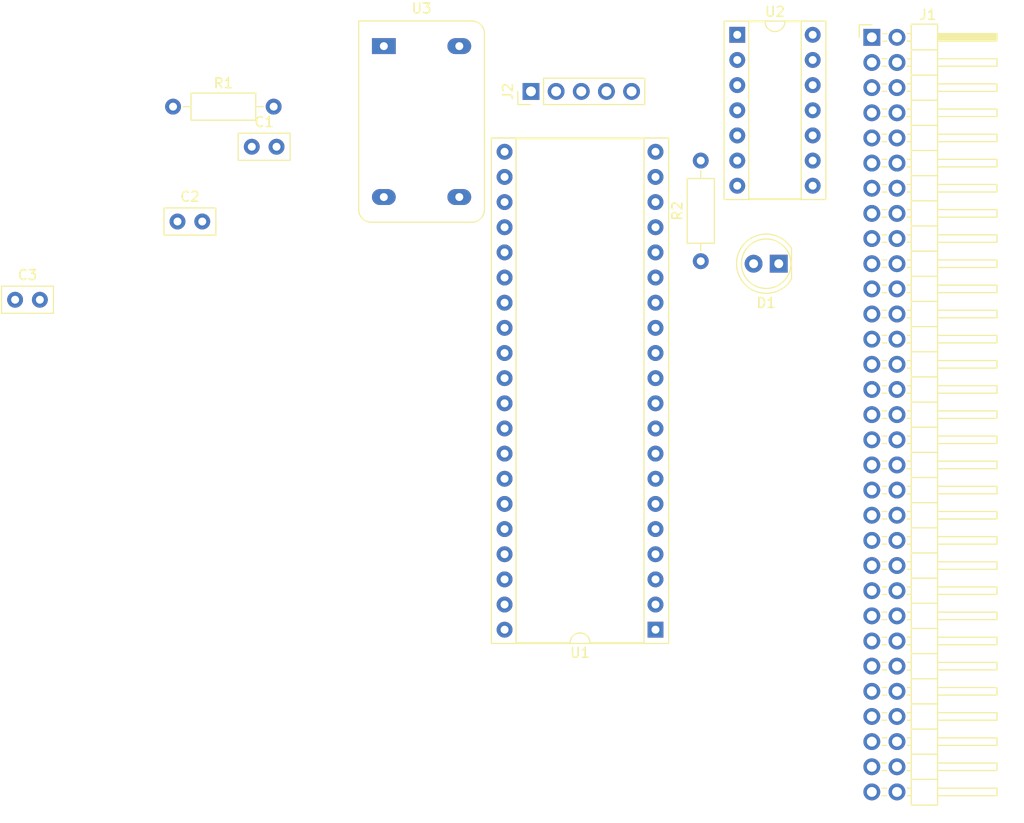
<source format=kicad_pcb>
(kicad_pcb (version 20171130) (host pcbnew "(5.1.8)-1")

  (general
    (thickness 1.6)
    (drawings 0)
    (tracks 0)
    (zones 0)
    (modules 11)
    (nets 29)
  )

  (page A4)
  (layers
    (0 F.Cu signal)
    (31 B.Cu signal)
    (32 B.Adhes user)
    (33 F.Adhes user)
    (34 B.Paste user)
    (35 F.Paste user)
    (36 B.SilkS user)
    (37 F.SilkS user)
    (38 B.Mask user)
    (39 F.Mask user)
    (40 Dwgs.User user)
    (41 Cmts.User user)
    (42 Eco1.User user)
    (43 Eco2.User user)
    (44 Edge.Cuts user)
    (45 Margin user)
    (46 B.CrtYd user)
    (47 F.CrtYd user)
    (48 B.Fab user)
    (49 F.Fab user)
  )

  (setup
    (last_trace_width 0.25)
    (trace_clearance 0.2)
    (zone_clearance 0.508)
    (zone_45_only no)
    (trace_min 0.2)
    (via_size 0.8)
    (via_drill 0.4)
    (via_min_size 0.4)
    (via_min_drill 0.3)
    (uvia_size 0.3)
    (uvia_drill 0.1)
    (uvias_allowed no)
    (uvia_min_size 0.2)
    (uvia_min_drill 0.1)
    (edge_width 0.05)
    (segment_width 0.2)
    (pcb_text_width 0.3)
    (pcb_text_size 1.5 1.5)
    (mod_edge_width 0.12)
    (mod_text_size 1 1)
    (mod_text_width 0.15)
    (pad_size 1.524 1.524)
    (pad_drill 0.762)
    (pad_to_mask_clearance 0)
    (aux_axis_origin 0 0)
    (visible_elements FFFFFF7F)
    (pcbplotparams
      (layerselection 0x010fc_ffffffff)
      (usegerberextensions false)
      (usegerberattributes true)
      (usegerberadvancedattributes true)
      (creategerberjobfile true)
      (excludeedgelayer true)
      (linewidth 0.100000)
      (plotframeref false)
      (viasonmask false)
      (mode 1)
      (useauxorigin false)
      (hpglpennumber 1)
      (hpglpenspeed 20)
      (hpglpendiameter 15.000000)
      (psnegative false)
      (psa4output false)
      (plotreference true)
      (plotvalue true)
      (plotinvisibletext false)
      (padsonsilk false)
      (subtractmaskfromsilk false)
      (outputformat 1)
      (mirror false)
      (drillshape 1)
      (scaleselection 1)
      (outputdirectory ""))
  )

  (net 0 "")
  (net 1 +5V)
  (net 2 GND)
  (net 3 "Net-(D1-Pad2)")
  (net 4 /A0)
  (net 5 /A1)
  (net 6 /A2)
  (net 7 /INT)
  (net 8 /WR)
  (net 9 /RD)
  (net 10 /IOSELx)
  (net 11 /D0)
  (net 12 /D1)
  (net 13 /D2)
  (net 14 /D3)
  (net 15 /HALT)
  (net 16 /D4)
  (net 17 /D5)
  (net 18 /D6)
  (net 19 /RST)
  (net 20 /D7)
  (net 21 /RX)
  (net 22 /TX)
  (net 23 /RTS)
  (net 24 /CTS)
  (net 25 "Net-(R1-Pad2)")
  (net 26 "Net-(U1-Pad16)")
  (net 27 "Net-(U1-Pad15)")
  (net 28 "Net-(U1-Pad30)")

  (net_class Default "This is the default net class."
    (clearance 0.2)
    (trace_width 0.25)
    (via_dia 0.8)
    (via_drill 0.4)
    (uvia_dia 0.3)
    (uvia_drill 0.1)
    (add_net +5V)
    (add_net /A0)
    (add_net /A1)
    (add_net /A10)
    (add_net /A11)
    (add_net /A12)
    (add_net /A13)
    (add_net /A14)
    (add_net /A15)
    (add_net /A16)
    (add_net /A17)
    (add_net /A18)
    (add_net /A19)
    (add_net /A2)
    (add_net /A20)
    (add_net /A21)
    (add_net /A3)
    (add_net /A4)
    (add_net /A5)
    (add_net /A6)
    (add_net /A7)
    (add_net /A8)
    (add_net /A9)
    (add_net /BUSACK)
    (add_net /BUSRQ)
    (add_net /CLK)
    (add_net /CPU_A14)
    (add_net /CPU_A15)
    (add_net /CTS)
    (add_net /D0)
    (add_net /D1)
    (add_net /D2)
    (add_net /D3)
    (add_net /D4)
    (add_net /D5)
    (add_net /D6)
    (add_net /D7)
    (add_net /HALT)
    (add_net /INT)
    (add_net /IORQ)
    (add_net /IOSELx)
    (add_net /M1)
    (add_net /MREQ)
    (add_net /RD)
    (add_net /RFSH)
    (add_net /RST)
    (add_net /RTS)
    (add_net /RX)
    (add_net /TX)
    (add_net /WAIT)
    (add_net /WR)
    (add_net GND)
    (add_net "Net-(D1-Pad2)")
    (add_net "Net-(J1-Pad1)")
    (add_net "Net-(J1-Pad12)")
    (add_net "Net-(J1-Pad18)")
    (add_net "Net-(J1-Pad2)")
    (add_net "Net-(J1-Pad20)")
    (add_net "Net-(J1-Pad36)")
    (add_net "Net-(J1-Pad42)")
    (add_net "Net-(J1-Pad44)")
    (add_net "Net-(J1-Pad46)")
    (add_net "Net-(J1-Pad52)")
    (add_net "Net-(J1-Pad54)")
    (add_net "Net-(J1-Pad6)")
    (add_net "Net-(R1-Pad2)")
    (add_net "Net-(U1-Pad15)")
    (add_net "Net-(U1-Pad16)")
    (add_net "Net-(U1-Pad17)")
    (add_net "Net-(U1-Pad23)")
    (add_net "Net-(U1-Pad24)")
    (add_net "Net-(U1-Pad29)")
    (add_net "Net-(U1-Pad30)")
    (add_net "Net-(U1-Pad31)")
    (add_net "Net-(U1-Pad33)")
    (add_net "Net-(U1-Pad34)")
    (add_net "Net-(U2-Pad10)")
    (add_net "Net-(U2-Pad12)")
    (add_net "Net-(U2-Pad8)")
  )

  (module my_library:DIP-14_CornersOnly_Crystal (layer F.Cu) (tedit 606708E7) (tstamp 60677193)
    (at 192.913 48.895)
    (descr "DIP14 crystal oscillator package")
    (tags "THT DIP DIL PDIP 2.54mm 7.62mm 300mil LongPads crystal")
    (path /60723FD5)
    (fp_text reference U3 (at 3.81 -3.81) (layer F.SilkS)
      (effects (font (size 1 1) (thickness 0.15)))
    )
    (fp_text value 16MHz (at 3.81 19.05) (layer F.Fab)
      (effects (font (size 1 1) (thickness 0.15)))
    )
    (fp_arc (start 8.89 -1.27) (end 10.16 -1.27) (angle -90) (layer F.SilkS) (width 0.12))
    (fp_arc (start 8.89 16.51) (end 8.89 17.78) (angle -90) (layer F.SilkS) (width 0.12))
    (fp_arc (start -1.27 16.51) (end -2.54 16.51) (angle -90) (layer F.SilkS) (width 0.12))
    (fp_text user %R (at 3.81 7.62) (layer F.Fab)
      (effects (font (size 1 1) (thickness 0.15)))
    )
    (fp_line (start 8.89 17.78) (end -1.27 17.78) (layer F.SilkS) (width 0.12))
    (fp_line (start 10.16 -1.27) (end 10.16 16.51) (layer F.SilkS) (width 0.12))
    (fp_line (start 8.89 -2.54) (end -2.54 -2.54) (layer F.SilkS) (width 0.12))
    (fp_line (start -2.54 -2.54) (end -2.54 16.51) (layer F.SilkS) (width 0.12))
    (fp_line (start -2.54 -2.54) (end -2.54 17.78) (layer F.CrtYd) (width 0.05))
    (fp_line (start -2.54 17.78) (end 10.16 17.78) (layer F.CrtYd) (width 0.05))
    (fp_line (start 10.16 17.78) (end 10.16 -2.54) (layer F.CrtYd) (width 0.05))
    (fp_line (start 10.16 -2.54) (end -2.54 -2.54) (layer F.CrtYd) (width 0.05))
    (pad 1 thru_hole rect (at 0 0) (size 2.4 1.6) (drill 0.8) (layers *.Cu *.Mask)
      (net 1 +5V))
    (pad 8 thru_hole oval (at 7.62 15.24) (size 2.4 1.6) (drill 0.8) (layers *.Cu *.Mask)
      (net 26 "Net-(U1-Pad16)"))
    (pad 7 thru_hole oval (at 0 15.24) (size 2.4 1.6) (drill 0.8) (layers *.Cu *.Mask)
      (net 2 GND))
    (pad 14 thru_hole oval (at 7.62 0) (size 2.4 1.6) (drill 0.8) (layers *.Cu *.Mask)
      (net 1 +5V))
    (model ${KISYS3DMOD}/Package_DIP.3dshapes/DIP-14_W7.62mm.wrl
      (at (xyz 0 0 0))
      (scale (xyz 1 1 1))
      (rotate (xyz 0 0 0))
    )
  )

  (module Package_DIP:DIP-14_W7.62mm_Socket (layer F.Cu) (tedit 5A02E8C5) (tstamp 6067717F)
    (at 228.6 47.752)
    (descr "14-lead though-hole mounted DIP package, row spacing 7.62 mm (300 mils), Socket")
    (tags "THT DIP DIL PDIP 2.54mm 7.62mm 300mil Socket")
    (path /606D92D1)
    (fp_text reference U2 (at 3.81 -2.33) (layer F.SilkS)
      (effects (font (size 1 1) (thickness 0.15)))
    )
    (fp_text value 74LS05 (at 3.81 17.57) (layer F.Fab)
      (effects (font (size 1 1) (thickness 0.15)))
    )
    (fp_text user %R (at 3.81 7.62) (layer F.Fab)
      (effects (font (size 1 1) (thickness 0.15)))
    )
    (fp_arc (start 3.81 -1.33) (end 2.81 -1.33) (angle -180) (layer F.SilkS) (width 0.12))
    (fp_line (start 1.635 -1.27) (end 6.985 -1.27) (layer F.Fab) (width 0.1))
    (fp_line (start 6.985 -1.27) (end 6.985 16.51) (layer F.Fab) (width 0.1))
    (fp_line (start 6.985 16.51) (end 0.635 16.51) (layer F.Fab) (width 0.1))
    (fp_line (start 0.635 16.51) (end 0.635 -0.27) (layer F.Fab) (width 0.1))
    (fp_line (start 0.635 -0.27) (end 1.635 -1.27) (layer F.Fab) (width 0.1))
    (fp_line (start -1.27 -1.33) (end -1.27 16.57) (layer F.Fab) (width 0.1))
    (fp_line (start -1.27 16.57) (end 8.89 16.57) (layer F.Fab) (width 0.1))
    (fp_line (start 8.89 16.57) (end 8.89 -1.33) (layer F.Fab) (width 0.1))
    (fp_line (start 8.89 -1.33) (end -1.27 -1.33) (layer F.Fab) (width 0.1))
    (fp_line (start 2.81 -1.33) (end 1.16 -1.33) (layer F.SilkS) (width 0.12))
    (fp_line (start 1.16 -1.33) (end 1.16 16.57) (layer F.SilkS) (width 0.12))
    (fp_line (start 1.16 16.57) (end 6.46 16.57) (layer F.SilkS) (width 0.12))
    (fp_line (start 6.46 16.57) (end 6.46 -1.33) (layer F.SilkS) (width 0.12))
    (fp_line (start 6.46 -1.33) (end 4.81 -1.33) (layer F.SilkS) (width 0.12))
    (fp_line (start -1.33 -1.39) (end -1.33 16.63) (layer F.SilkS) (width 0.12))
    (fp_line (start -1.33 16.63) (end 8.95 16.63) (layer F.SilkS) (width 0.12))
    (fp_line (start 8.95 16.63) (end 8.95 -1.39) (layer F.SilkS) (width 0.12))
    (fp_line (start 8.95 -1.39) (end -1.33 -1.39) (layer F.SilkS) (width 0.12))
    (fp_line (start -1.55 -1.6) (end -1.55 16.85) (layer F.CrtYd) (width 0.05))
    (fp_line (start -1.55 16.85) (end 9.15 16.85) (layer F.CrtYd) (width 0.05))
    (fp_line (start 9.15 16.85) (end 9.15 -1.6) (layer F.CrtYd) (width 0.05))
    (fp_line (start 9.15 -1.6) (end -1.55 -1.6) (layer F.CrtYd) (width 0.05))
    (pad 14 thru_hole oval (at 7.62 0) (size 1.6 1.6) (drill 0.8) (layers *.Cu *.Mask)
      (net 1 +5V))
    (pad 7 thru_hole oval (at 0 15.24) (size 1.6 1.6) (drill 0.8) (layers *.Cu *.Mask)
      (net 2 GND))
    (pad 13 thru_hole oval (at 7.62 2.54) (size 1.6 1.6) (drill 0.8) (layers *.Cu *.Mask)
      (net 2 GND))
    (pad 6 thru_hole oval (at 0 12.7) (size 1.6 1.6) (drill 0.8) (layers *.Cu *.Mask)
      (net 3 "Net-(D1-Pad2)"))
    (pad 12 thru_hole oval (at 7.62 5.08) (size 1.6 1.6) (drill 0.8) (layers *.Cu *.Mask))
    (pad 5 thru_hole oval (at 0 10.16) (size 1.6 1.6) (drill 0.8) (layers *.Cu *.Mask)
      (net 15 /HALT))
    (pad 11 thru_hole oval (at 7.62 7.62) (size 1.6 1.6) (drill 0.8) (layers *.Cu *.Mask)
      (net 2 GND))
    (pad 4 thru_hole oval (at 0 7.62) (size 1.6 1.6) (drill 0.8) (layers *.Cu *.Mask)
      (net 25 "Net-(R1-Pad2)"))
    (pad 10 thru_hole oval (at 7.62 10.16) (size 1.6 1.6) (drill 0.8) (layers *.Cu *.Mask))
    (pad 3 thru_hole oval (at 0 5.08) (size 1.6 1.6) (drill 0.8) (layers *.Cu *.Mask)
      (net 19 /RST))
    (pad 9 thru_hole oval (at 7.62 12.7) (size 1.6 1.6) (drill 0.8) (layers *.Cu *.Mask)
      (net 2 GND))
    (pad 2 thru_hole oval (at 0 2.54) (size 1.6 1.6) (drill 0.8) (layers *.Cu *.Mask)
      (net 7 /INT))
    (pad 8 thru_hole oval (at 7.62 15.24) (size 1.6 1.6) (drill 0.8) (layers *.Cu *.Mask))
    (pad 1 thru_hole rect (at 0 0) (size 1.6 1.6) (drill 0.8) (layers *.Cu *.Mask)
      (net 28 "Net-(U1-Pad30)"))
    (model ${KISYS3DMOD}/Package_DIP.3dshapes/DIP-14_W7.62mm_Socket.wrl
      (at (xyz 0 0 0))
      (scale (xyz 1 1 1))
      (rotate (xyz 0 0 0))
    )
  )

  (module Package_DIP:DIP-40_W15.24mm_Socket (layer F.Cu) (tedit 5A02E8C5) (tstamp 60677155)
    (at 220.345 107.823 180)
    (descr "40-lead though-hole mounted DIP package, row spacing 15.24 mm (600 mils), Socket")
    (tags "THT DIP DIL PDIP 2.54mm 15.24mm 600mil Socket")
    (path /606711CE)
    (fp_text reference U1 (at 7.62 -2.33) (layer F.SilkS)
      (effects (font (size 1 1) (thickness 0.15)))
    )
    (fp_text value TL16C550CN (at 7.62 50.59) (layer F.Fab)
      (effects (font (size 1 1) (thickness 0.15)))
    )
    (fp_text user %R (at 7.62 24.13) (layer F.Fab)
      (effects (font (size 1 1) (thickness 0.15)))
    )
    (fp_arc (start 7.62 -1.33) (end 6.62 -1.33) (angle -180) (layer F.SilkS) (width 0.12))
    (fp_line (start 1.255 -1.27) (end 14.985 -1.27) (layer F.Fab) (width 0.1))
    (fp_line (start 14.985 -1.27) (end 14.985 49.53) (layer F.Fab) (width 0.1))
    (fp_line (start 14.985 49.53) (end 0.255 49.53) (layer F.Fab) (width 0.1))
    (fp_line (start 0.255 49.53) (end 0.255 -0.27) (layer F.Fab) (width 0.1))
    (fp_line (start 0.255 -0.27) (end 1.255 -1.27) (layer F.Fab) (width 0.1))
    (fp_line (start -1.27 -1.33) (end -1.27 49.59) (layer F.Fab) (width 0.1))
    (fp_line (start -1.27 49.59) (end 16.51 49.59) (layer F.Fab) (width 0.1))
    (fp_line (start 16.51 49.59) (end 16.51 -1.33) (layer F.Fab) (width 0.1))
    (fp_line (start 16.51 -1.33) (end -1.27 -1.33) (layer F.Fab) (width 0.1))
    (fp_line (start 6.62 -1.33) (end 1.16 -1.33) (layer F.SilkS) (width 0.12))
    (fp_line (start 1.16 -1.33) (end 1.16 49.59) (layer F.SilkS) (width 0.12))
    (fp_line (start 1.16 49.59) (end 14.08 49.59) (layer F.SilkS) (width 0.12))
    (fp_line (start 14.08 49.59) (end 14.08 -1.33) (layer F.SilkS) (width 0.12))
    (fp_line (start 14.08 -1.33) (end 8.62 -1.33) (layer F.SilkS) (width 0.12))
    (fp_line (start -1.33 -1.39) (end -1.33 49.65) (layer F.SilkS) (width 0.12))
    (fp_line (start -1.33 49.65) (end 16.57 49.65) (layer F.SilkS) (width 0.12))
    (fp_line (start 16.57 49.65) (end 16.57 -1.39) (layer F.SilkS) (width 0.12))
    (fp_line (start 16.57 -1.39) (end -1.33 -1.39) (layer F.SilkS) (width 0.12))
    (fp_line (start -1.55 -1.6) (end -1.55 49.85) (layer F.CrtYd) (width 0.05))
    (fp_line (start -1.55 49.85) (end 16.8 49.85) (layer F.CrtYd) (width 0.05))
    (fp_line (start 16.8 49.85) (end 16.8 -1.6) (layer F.CrtYd) (width 0.05))
    (fp_line (start 16.8 -1.6) (end -1.55 -1.6) (layer F.CrtYd) (width 0.05))
    (pad 40 thru_hole oval (at 15.24 0 180) (size 1.6 1.6) (drill 0.8) (layers *.Cu *.Mask)
      (net 1 +5V))
    (pad 20 thru_hole oval (at 0 48.26 180) (size 1.6 1.6) (drill 0.8) (layers *.Cu *.Mask)
      (net 2 GND))
    (pad 39 thru_hole oval (at 15.24 2.54 180) (size 1.6 1.6) (drill 0.8) (layers *.Cu *.Mask)
      (net 2 GND))
    (pad 19 thru_hole oval (at 0 45.72 180) (size 1.6 1.6) (drill 0.8) (layers *.Cu *.Mask)
      (net 2 GND))
    (pad 38 thru_hole oval (at 15.24 5.08 180) (size 1.6 1.6) (drill 0.8) (layers *.Cu *.Mask)
      (net 2 GND))
    (pad 18 thru_hole oval (at 0 43.18 180) (size 1.6 1.6) (drill 0.8) (layers *.Cu *.Mask)
      (net 8 /WR))
    (pad 37 thru_hole oval (at 15.24 7.62 180) (size 1.6 1.6) (drill 0.8) (layers *.Cu *.Mask)
      (net 2 GND))
    (pad 17 thru_hole oval (at 0 40.64 180) (size 1.6 1.6) (drill 0.8) (layers *.Cu *.Mask))
    (pad 36 thru_hole oval (at 15.24 10.16 180) (size 1.6 1.6) (drill 0.8) (layers *.Cu *.Mask)
      (net 24 /CTS))
    (pad 16 thru_hole oval (at 0 38.1 180) (size 1.6 1.6) (drill 0.8) (layers *.Cu *.Mask)
      (net 26 "Net-(U1-Pad16)"))
    (pad 35 thru_hole oval (at 15.24 12.7 180) (size 1.6 1.6) (drill 0.8) (layers *.Cu *.Mask)
      (net 25 "Net-(R1-Pad2)"))
    (pad 15 thru_hole oval (at 0 35.56 180) (size 1.6 1.6) (drill 0.8) (layers *.Cu *.Mask)
      (net 27 "Net-(U1-Pad15)"))
    (pad 34 thru_hole oval (at 15.24 15.24 180) (size 1.6 1.6) (drill 0.8) (layers *.Cu *.Mask))
    (pad 14 thru_hole oval (at 0 33.02 180) (size 1.6 1.6) (drill 0.8) (layers *.Cu *.Mask)
      (net 10 /IOSELx))
    (pad 33 thru_hole oval (at 15.24 17.78 180) (size 1.6 1.6) (drill 0.8) (layers *.Cu *.Mask))
    (pad 13 thru_hole oval (at 0 30.48 180) (size 1.6 1.6) (drill 0.8) (layers *.Cu *.Mask)
      (net 1 +5V))
    (pad 32 thru_hole oval (at 15.24 20.32 180) (size 1.6 1.6) (drill 0.8) (layers *.Cu *.Mask)
      (net 23 /RTS))
    (pad 12 thru_hole oval (at 0 27.94 180) (size 1.6 1.6) (drill 0.8) (layers *.Cu *.Mask)
      (net 1 +5V))
    (pad 31 thru_hole oval (at 15.24 22.86 180) (size 1.6 1.6) (drill 0.8) (layers *.Cu *.Mask))
    (pad 11 thru_hole oval (at 0 25.4 180) (size 1.6 1.6) (drill 0.8) (layers *.Cu *.Mask)
      (net 22 /TX))
    (pad 30 thru_hole oval (at 15.24 25.4 180) (size 1.6 1.6) (drill 0.8) (layers *.Cu *.Mask)
      (net 28 "Net-(U1-Pad30)"))
    (pad 10 thru_hole oval (at 0 22.86 180) (size 1.6 1.6) (drill 0.8) (layers *.Cu *.Mask)
      (net 21 /RX))
    (pad 29 thru_hole oval (at 15.24 27.94 180) (size 1.6 1.6) (drill 0.8) (layers *.Cu *.Mask))
    (pad 9 thru_hole oval (at 0 20.32 180) (size 1.6 1.6) (drill 0.8) (layers *.Cu *.Mask)
      (net 27 "Net-(U1-Pad15)"))
    (pad 28 thru_hole oval (at 15.24 30.48 180) (size 1.6 1.6) (drill 0.8) (layers *.Cu *.Mask)
      (net 4 /A0))
    (pad 8 thru_hole oval (at 0 17.78 180) (size 1.6 1.6) (drill 0.8) (layers *.Cu *.Mask)
      (net 20 /D7))
    (pad 27 thru_hole oval (at 15.24 33.02 180) (size 1.6 1.6) (drill 0.8) (layers *.Cu *.Mask)
      (net 5 /A1))
    (pad 7 thru_hole oval (at 0 15.24 180) (size 1.6 1.6) (drill 0.8) (layers *.Cu *.Mask)
      (net 18 /D6))
    (pad 26 thru_hole oval (at 15.24 35.56 180) (size 1.6 1.6) (drill 0.8) (layers *.Cu *.Mask)
      (net 6 /A2))
    (pad 6 thru_hole oval (at 0 12.7 180) (size 1.6 1.6) (drill 0.8) (layers *.Cu *.Mask)
      (net 17 /D5))
    (pad 25 thru_hole oval (at 15.24 38.1 180) (size 1.6 1.6) (drill 0.8) (layers *.Cu *.Mask)
      (net 2 GND))
    (pad 5 thru_hole oval (at 0 10.16 180) (size 1.6 1.6) (drill 0.8) (layers *.Cu *.Mask)
      (net 16 /D4))
    (pad 24 thru_hole oval (at 15.24 40.64 180) (size 1.6 1.6) (drill 0.8) (layers *.Cu *.Mask))
    (pad 4 thru_hole oval (at 0 7.62 180) (size 1.6 1.6) (drill 0.8) (layers *.Cu *.Mask)
      (net 14 /D3))
    (pad 23 thru_hole oval (at 15.24 43.18 180) (size 1.6 1.6) (drill 0.8) (layers *.Cu *.Mask))
    (pad 3 thru_hole oval (at 0 5.08 180) (size 1.6 1.6) (drill 0.8) (layers *.Cu *.Mask)
      (net 13 /D2))
    (pad 22 thru_hole oval (at 15.24 45.72 180) (size 1.6 1.6) (drill 0.8) (layers *.Cu *.Mask)
      (net 2 GND))
    (pad 2 thru_hole oval (at 0 2.54 180) (size 1.6 1.6) (drill 0.8) (layers *.Cu *.Mask)
      (net 12 /D1))
    (pad 21 thru_hole oval (at 15.24 48.26 180) (size 1.6 1.6) (drill 0.8) (layers *.Cu *.Mask)
      (net 9 /RD))
    (pad 1 thru_hole rect (at 0 0 180) (size 1.6 1.6) (drill 0.8) (layers *.Cu *.Mask)
      (net 11 /D0))
    (model ${KISYS3DMOD}/Package_DIP.3dshapes/DIP-40_W15.24mm_Socket.wrl
      (at (xyz 0 0 0))
      (scale (xyz 1 1 1))
      (rotate (xyz 0 0 0))
    )
  )

  (module Resistor_THT:R_Axial_DIN0207_L6.3mm_D2.5mm_P10.16mm_Horizontal (layer F.Cu) (tedit 5AE5139B) (tstamp 60677B22)
    (at 224.917 70.612 90)
    (descr "Resistor, Axial_DIN0207 series, Axial, Horizontal, pin pitch=10.16mm, 0.25W = 1/4W, length*diameter=6.3*2.5mm^2, http://cdn-reichelt.de/documents/datenblatt/B400/1_4W%23YAG.pdf")
    (tags "Resistor Axial_DIN0207 series Axial Horizontal pin pitch 10.16mm 0.25W = 1/4W length 6.3mm diameter 2.5mm")
    (path /607F2A4F)
    (fp_text reference R2 (at 5.08 -2.37 90) (layer F.SilkS)
      (effects (font (size 1 1) (thickness 0.15)))
    )
    (fp_text value 330 (at 5.08 2.37 90) (layer F.Fab)
      (effects (font (size 1 1) (thickness 0.15)))
    )
    (fp_text user %R (at 5.08 0 90) (layer F.Fab)
      (effects (font (size 1 1) (thickness 0.15)))
    )
    (fp_line (start 1.93 -1.25) (end 1.93 1.25) (layer F.Fab) (width 0.1))
    (fp_line (start 1.93 1.25) (end 8.23 1.25) (layer F.Fab) (width 0.1))
    (fp_line (start 8.23 1.25) (end 8.23 -1.25) (layer F.Fab) (width 0.1))
    (fp_line (start 8.23 -1.25) (end 1.93 -1.25) (layer F.Fab) (width 0.1))
    (fp_line (start 0 0) (end 1.93 0) (layer F.Fab) (width 0.1))
    (fp_line (start 10.16 0) (end 8.23 0) (layer F.Fab) (width 0.1))
    (fp_line (start 1.81 -1.37) (end 1.81 1.37) (layer F.SilkS) (width 0.12))
    (fp_line (start 1.81 1.37) (end 8.35 1.37) (layer F.SilkS) (width 0.12))
    (fp_line (start 8.35 1.37) (end 8.35 -1.37) (layer F.SilkS) (width 0.12))
    (fp_line (start 8.35 -1.37) (end 1.81 -1.37) (layer F.SilkS) (width 0.12))
    (fp_line (start 1.04 0) (end 1.81 0) (layer F.SilkS) (width 0.12))
    (fp_line (start 9.12 0) (end 8.35 0) (layer F.SilkS) (width 0.12))
    (fp_line (start -1.05 -1.5) (end -1.05 1.5) (layer F.CrtYd) (width 0.05))
    (fp_line (start -1.05 1.5) (end 11.21 1.5) (layer F.CrtYd) (width 0.05))
    (fp_line (start 11.21 1.5) (end 11.21 -1.5) (layer F.CrtYd) (width 0.05))
    (fp_line (start 11.21 -1.5) (end -1.05 -1.5) (layer F.CrtYd) (width 0.05))
    (pad 2 thru_hole oval (at 10.16 0 90) (size 1.6 1.6) (drill 0.8) (layers *.Cu *.Mask)
      (net 3 "Net-(D1-Pad2)"))
    (pad 1 thru_hole circle (at 0 0 90) (size 1.6 1.6) (drill 0.8) (layers *.Cu *.Mask)
      (net 1 +5V))
    (model ${KISYS3DMOD}/Resistor_THT.3dshapes/R_Axial_DIN0207_L6.3mm_D2.5mm_P10.16mm_Horizontal.wrl
      (at (xyz 0 0 0))
      (scale (xyz 1 1 1))
      (rotate (xyz 0 0 0))
    )
  )

  (module Resistor_THT:R_Axial_DIN0207_L6.3mm_D2.5mm_P10.16mm_Horizontal (layer F.Cu) (tedit 5AE5139B) (tstamp 606770FA)
    (at 171.628 55.005)
    (descr "Resistor, Axial_DIN0207 series, Axial, Horizontal, pin pitch=10.16mm, 0.25W = 1/4W, length*diameter=6.3*2.5mm^2, http://cdn-reichelt.de/documents/datenblatt/B400/1_4W%23YAG.pdf")
    (tags "Resistor Axial_DIN0207 series Axial Horizontal pin pitch 10.16mm 0.25W = 1/4W length 6.3mm diameter 2.5mm")
    (path /606EF6EC)
    (fp_text reference R1 (at 5.08 -2.37) (layer F.SilkS)
      (effects (font (size 1 1) (thickness 0.15)))
    )
    (fp_text value 10k (at 5.08 2.37) (layer F.Fab)
      (effects (font (size 1 1) (thickness 0.15)))
    )
    (fp_text user %R (at 5.08 0) (layer F.Fab)
      (effects (font (size 1 1) (thickness 0.15)))
    )
    (fp_line (start 1.93 -1.25) (end 1.93 1.25) (layer F.Fab) (width 0.1))
    (fp_line (start 1.93 1.25) (end 8.23 1.25) (layer F.Fab) (width 0.1))
    (fp_line (start 8.23 1.25) (end 8.23 -1.25) (layer F.Fab) (width 0.1))
    (fp_line (start 8.23 -1.25) (end 1.93 -1.25) (layer F.Fab) (width 0.1))
    (fp_line (start 0 0) (end 1.93 0) (layer F.Fab) (width 0.1))
    (fp_line (start 10.16 0) (end 8.23 0) (layer F.Fab) (width 0.1))
    (fp_line (start 1.81 -1.37) (end 1.81 1.37) (layer F.SilkS) (width 0.12))
    (fp_line (start 1.81 1.37) (end 8.35 1.37) (layer F.SilkS) (width 0.12))
    (fp_line (start 8.35 1.37) (end 8.35 -1.37) (layer F.SilkS) (width 0.12))
    (fp_line (start 8.35 -1.37) (end 1.81 -1.37) (layer F.SilkS) (width 0.12))
    (fp_line (start 1.04 0) (end 1.81 0) (layer F.SilkS) (width 0.12))
    (fp_line (start 9.12 0) (end 8.35 0) (layer F.SilkS) (width 0.12))
    (fp_line (start -1.05 -1.5) (end -1.05 1.5) (layer F.CrtYd) (width 0.05))
    (fp_line (start -1.05 1.5) (end 11.21 1.5) (layer F.CrtYd) (width 0.05))
    (fp_line (start 11.21 1.5) (end 11.21 -1.5) (layer F.CrtYd) (width 0.05))
    (fp_line (start 11.21 -1.5) (end -1.05 -1.5) (layer F.CrtYd) (width 0.05))
    (pad 2 thru_hole oval (at 10.16 0) (size 1.6 1.6) (drill 0.8) (layers *.Cu *.Mask)
      (net 25 "Net-(R1-Pad2)"))
    (pad 1 thru_hole circle (at 0 0) (size 1.6 1.6) (drill 0.8) (layers *.Cu *.Mask)
      (net 1 +5V))
    (model ${KISYS3DMOD}/Resistor_THT.3dshapes/R_Axial_DIN0207_L6.3mm_D2.5mm_P10.16mm_Horizontal.wrl
      (at (xyz 0 0 0))
      (scale (xyz 1 1 1))
      (rotate (xyz 0 0 0))
    )
  )

  (module Connector_PinHeader_2.54mm:PinHeader_1x05_P2.54mm_Vertical (layer F.Cu) (tedit 59FED5CC) (tstamp 606770E3)
    (at 207.772 53.467 90)
    (descr "Through hole straight pin header, 1x05, 2.54mm pitch, single row")
    (tags "Through hole pin header THT 1x05 2.54mm single row")
    (path /60781740)
    (fp_text reference J2 (at 0 -2.33 90) (layer F.SilkS)
      (effects (font (size 1 1) (thickness 0.15)))
    )
    (fp_text value "1x5 Connector Female" (at 0 12.49 90) (layer F.Fab)
      (effects (font (size 1 1) (thickness 0.15)))
    )
    (fp_text user %R (at 0 5.08) (layer F.Fab)
      (effects (font (size 1 1) (thickness 0.15)))
    )
    (fp_line (start -0.635 -1.27) (end 1.27 -1.27) (layer F.Fab) (width 0.1))
    (fp_line (start 1.27 -1.27) (end 1.27 11.43) (layer F.Fab) (width 0.1))
    (fp_line (start 1.27 11.43) (end -1.27 11.43) (layer F.Fab) (width 0.1))
    (fp_line (start -1.27 11.43) (end -1.27 -0.635) (layer F.Fab) (width 0.1))
    (fp_line (start -1.27 -0.635) (end -0.635 -1.27) (layer F.Fab) (width 0.1))
    (fp_line (start -1.33 11.49) (end 1.33 11.49) (layer F.SilkS) (width 0.12))
    (fp_line (start -1.33 1.27) (end -1.33 11.49) (layer F.SilkS) (width 0.12))
    (fp_line (start 1.33 1.27) (end 1.33 11.49) (layer F.SilkS) (width 0.12))
    (fp_line (start -1.33 1.27) (end 1.33 1.27) (layer F.SilkS) (width 0.12))
    (fp_line (start -1.33 0) (end -1.33 -1.33) (layer F.SilkS) (width 0.12))
    (fp_line (start -1.33 -1.33) (end 0 -1.33) (layer F.SilkS) (width 0.12))
    (fp_line (start -1.8 -1.8) (end -1.8 11.95) (layer F.CrtYd) (width 0.05))
    (fp_line (start -1.8 11.95) (end 1.8 11.95) (layer F.CrtYd) (width 0.05))
    (fp_line (start 1.8 11.95) (end 1.8 -1.8) (layer F.CrtYd) (width 0.05))
    (fp_line (start 1.8 -1.8) (end -1.8 -1.8) (layer F.CrtYd) (width 0.05))
    (pad 5 thru_hole oval (at 0 10.16 90) (size 1.7 1.7) (drill 1) (layers *.Cu *.Mask)
      (net 2 GND))
    (pad 4 thru_hole oval (at 0 7.62 90) (size 1.7 1.7) (drill 1) (layers *.Cu *.Mask)
      (net 21 /RX))
    (pad 3 thru_hole oval (at 0 5.08 90) (size 1.7 1.7) (drill 1) (layers *.Cu *.Mask)
      (net 22 /TX))
    (pad 2 thru_hole oval (at 0 2.54 90) (size 1.7 1.7) (drill 1) (layers *.Cu *.Mask)
      (net 23 /RTS))
    (pad 1 thru_hole rect (at 0 0 90) (size 1.7 1.7) (drill 1) (layers *.Cu *.Mask)
      (net 24 /CTS))
    (model ${KISYS3DMOD}/Connector_PinHeader_2.54mm.3dshapes/PinHeader_1x05_P2.54mm_Vertical.wrl
      (at (xyz 0 0 0))
      (scale (xyz 1 1 1))
      (rotate (xyz 0 0 0))
    )
  )

  (module Connector_PinHeader_2.54mm:PinHeader_2x31_P2.54mm_Horizontal (layer F.Cu) (tedit 59FED5CB) (tstamp 606770CA)
    (at 242.189 48.006)
    (descr "Through hole angled pin header, 2x31, 2.54mm pitch, 6mm pin length, double rows")
    (tags "Through hole angled pin header THT 2x31 2.54mm double row")
    (path /60673A8D)
    (fp_text reference J1 (at 5.655 -2.27) (layer F.SilkS)
      (effects (font (size 1 1) (thickness 0.15)))
    )
    (fp_text value "2x31 Connector Cardside" (at 5.655 78.47) (layer F.Fab)
      (effects (font (size 1 1) (thickness 0.15)))
    )
    (fp_text user %R (at 5.31 38.1 90) (layer F.Fab)
      (effects (font (size 1 1) (thickness 0.15)))
    )
    (fp_line (start 4.675 -1.27) (end 6.58 -1.27) (layer F.Fab) (width 0.1))
    (fp_line (start 6.58 -1.27) (end 6.58 77.47) (layer F.Fab) (width 0.1))
    (fp_line (start 6.58 77.47) (end 4.04 77.47) (layer F.Fab) (width 0.1))
    (fp_line (start 4.04 77.47) (end 4.04 -0.635) (layer F.Fab) (width 0.1))
    (fp_line (start 4.04 -0.635) (end 4.675 -1.27) (layer F.Fab) (width 0.1))
    (fp_line (start -0.32 -0.32) (end 4.04 -0.32) (layer F.Fab) (width 0.1))
    (fp_line (start -0.32 -0.32) (end -0.32 0.32) (layer F.Fab) (width 0.1))
    (fp_line (start -0.32 0.32) (end 4.04 0.32) (layer F.Fab) (width 0.1))
    (fp_line (start 6.58 -0.32) (end 12.58 -0.32) (layer F.Fab) (width 0.1))
    (fp_line (start 12.58 -0.32) (end 12.58 0.32) (layer F.Fab) (width 0.1))
    (fp_line (start 6.58 0.32) (end 12.58 0.32) (layer F.Fab) (width 0.1))
    (fp_line (start -0.32 2.22) (end 4.04 2.22) (layer F.Fab) (width 0.1))
    (fp_line (start -0.32 2.22) (end -0.32 2.86) (layer F.Fab) (width 0.1))
    (fp_line (start -0.32 2.86) (end 4.04 2.86) (layer F.Fab) (width 0.1))
    (fp_line (start 6.58 2.22) (end 12.58 2.22) (layer F.Fab) (width 0.1))
    (fp_line (start 12.58 2.22) (end 12.58 2.86) (layer F.Fab) (width 0.1))
    (fp_line (start 6.58 2.86) (end 12.58 2.86) (layer F.Fab) (width 0.1))
    (fp_line (start -0.32 4.76) (end 4.04 4.76) (layer F.Fab) (width 0.1))
    (fp_line (start -0.32 4.76) (end -0.32 5.4) (layer F.Fab) (width 0.1))
    (fp_line (start -0.32 5.4) (end 4.04 5.4) (layer F.Fab) (width 0.1))
    (fp_line (start 6.58 4.76) (end 12.58 4.76) (layer F.Fab) (width 0.1))
    (fp_line (start 12.58 4.76) (end 12.58 5.4) (layer F.Fab) (width 0.1))
    (fp_line (start 6.58 5.4) (end 12.58 5.4) (layer F.Fab) (width 0.1))
    (fp_line (start -0.32 7.3) (end 4.04 7.3) (layer F.Fab) (width 0.1))
    (fp_line (start -0.32 7.3) (end -0.32 7.94) (layer F.Fab) (width 0.1))
    (fp_line (start -0.32 7.94) (end 4.04 7.94) (layer F.Fab) (width 0.1))
    (fp_line (start 6.58 7.3) (end 12.58 7.3) (layer F.Fab) (width 0.1))
    (fp_line (start 12.58 7.3) (end 12.58 7.94) (layer F.Fab) (width 0.1))
    (fp_line (start 6.58 7.94) (end 12.58 7.94) (layer F.Fab) (width 0.1))
    (fp_line (start -0.32 9.84) (end 4.04 9.84) (layer F.Fab) (width 0.1))
    (fp_line (start -0.32 9.84) (end -0.32 10.48) (layer F.Fab) (width 0.1))
    (fp_line (start -0.32 10.48) (end 4.04 10.48) (layer F.Fab) (width 0.1))
    (fp_line (start 6.58 9.84) (end 12.58 9.84) (layer F.Fab) (width 0.1))
    (fp_line (start 12.58 9.84) (end 12.58 10.48) (layer F.Fab) (width 0.1))
    (fp_line (start 6.58 10.48) (end 12.58 10.48) (layer F.Fab) (width 0.1))
    (fp_line (start -0.32 12.38) (end 4.04 12.38) (layer F.Fab) (width 0.1))
    (fp_line (start -0.32 12.38) (end -0.32 13.02) (layer F.Fab) (width 0.1))
    (fp_line (start -0.32 13.02) (end 4.04 13.02) (layer F.Fab) (width 0.1))
    (fp_line (start 6.58 12.38) (end 12.58 12.38) (layer F.Fab) (width 0.1))
    (fp_line (start 12.58 12.38) (end 12.58 13.02) (layer F.Fab) (width 0.1))
    (fp_line (start 6.58 13.02) (end 12.58 13.02) (layer F.Fab) (width 0.1))
    (fp_line (start -0.32 14.92) (end 4.04 14.92) (layer F.Fab) (width 0.1))
    (fp_line (start -0.32 14.92) (end -0.32 15.56) (layer F.Fab) (width 0.1))
    (fp_line (start -0.32 15.56) (end 4.04 15.56) (layer F.Fab) (width 0.1))
    (fp_line (start 6.58 14.92) (end 12.58 14.92) (layer F.Fab) (width 0.1))
    (fp_line (start 12.58 14.92) (end 12.58 15.56) (layer F.Fab) (width 0.1))
    (fp_line (start 6.58 15.56) (end 12.58 15.56) (layer F.Fab) (width 0.1))
    (fp_line (start -0.32 17.46) (end 4.04 17.46) (layer F.Fab) (width 0.1))
    (fp_line (start -0.32 17.46) (end -0.32 18.1) (layer F.Fab) (width 0.1))
    (fp_line (start -0.32 18.1) (end 4.04 18.1) (layer F.Fab) (width 0.1))
    (fp_line (start 6.58 17.46) (end 12.58 17.46) (layer F.Fab) (width 0.1))
    (fp_line (start 12.58 17.46) (end 12.58 18.1) (layer F.Fab) (width 0.1))
    (fp_line (start 6.58 18.1) (end 12.58 18.1) (layer F.Fab) (width 0.1))
    (fp_line (start -0.32 20) (end 4.04 20) (layer F.Fab) (width 0.1))
    (fp_line (start -0.32 20) (end -0.32 20.64) (layer F.Fab) (width 0.1))
    (fp_line (start -0.32 20.64) (end 4.04 20.64) (layer F.Fab) (width 0.1))
    (fp_line (start 6.58 20) (end 12.58 20) (layer F.Fab) (width 0.1))
    (fp_line (start 12.58 20) (end 12.58 20.64) (layer F.Fab) (width 0.1))
    (fp_line (start 6.58 20.64) (end 12.58 20.64) (layer F.Fab) (width 0.1))
    (fp_line (start -0.32 22.54) (end 4.04 22.54) (layer F.Fab) (width 0.1))
    (fp_line (start -0.32 22.54) (end -0.32 23.18) (layer F.Fab) (width 0.1))
    (fp_line (start -0.32 23.18) (end 4.04 23.18) (layer F.Fab) (width 0.1))
    (fp_line (start 6.58 22.54) (end 12.58 22.54) (layer F.Fab) (width 0.1))
    (fp_line (start 12.58 22.54) (end 12.58 23.18) (layer F.Fab) (width 0.1))
    (fp_line (start 6.58 23.18) (end 12.58 23.18) (layer F.Fab) (width 0.1))
    (fp_line (start -0.32 25.08) (end 4.04 25.08) (layer F.Fab) (width 0.1))
    (fp_line (start -0.32 25.08) (end -0.32 25.72) (layer F.Fab) (width 0.1))
    (fp_line (start -0.32 25.72) (end 4.04 25.72) (layer F.Fab) (width 0.1))
    (fp_line (start 6.58 25.08) (end 12.58 25.08) (layer F.Fab) (width 0.1))
    (fp_line (start 12.58 25.08) (end 12.58 25.72) (layer F.Fab) (width 0.1))
    (fp_line (start 6.58 25.72) (end 12.58 25.72) (layer F.Fab) (width 0.1))
    (fp_line (start -0.32 27.62) (end 4.04 27.62) (layer F.Fab) (width 0.1))
    (fp_line (start -0.32 27.62) (end -0.32 28.26) (layer F.Fab) (width 0.1))
    (fp_line (start -0.32 28.26) (end 4.04 28.26) (layer F.Fab) (width 0.1))
    (fp_line (start 6.58 27.62) (end 12.58 27.62) (layer F.Fab) (width 0.1))
    (fp_line (start 12.58 27.62) (end 12.58 28.26) (layer F.Fab) (width 0.1))
    (fp_line (start 6.58 28.26) (end 12.58 28.26) (layer F.Fab) (width 0.1))
    (fp_line (start -0.32 30.16) (end 4.04 30.16) (layer F.Fab) (width 0.1))
    (fp_line (start -0.32 30.16) (end -0.32 30.8) (layer F.Fab) (width 0.1))
    (fp_line (start -0.32 30.8) (end 4.04 30.8) (layer F.Fab) (width 0.1))
    (fp_line (start 6.58 30.16) (end 12.58 30.16) (layer F.Fab) (width 0.1))
    (fp_line (start 12.58 30.16) (end 12.58 30.8) (layer F.Fab) (width 0.1))
    (fp_line (start 6.58 30.8) (end 12.58 30.8) (layer F.Fab) (width 0.1))
    (fp_line (start -0.32 32.7) (end 4.04 32.7) (layer F.Fab) (width 0.1))
    (fp_line (start -0.32 32.7) (end -0.32 33.34) (layer F.Fab) (width 0.1))
    (fp_line (start -0.32 33.34) (end 4.04 33.34) (layer F.Fab) (width 0.1))
    (fp_line (start 6.58 32.7) (end 12.58 32.7) (layer F.Fab) (width 0.1))
    (fp_line (start 12.58 32.7) (end 12.58 33.34) (layer F.Fab) (width 0.1))
    (fp_line (start 6.58 33.34) (end 12.58 33.34) (layer F.Fab) (width 0.1))
    (fp_line (start -0.32 35.24) (end 4.04 35.24) (layer F.Fab) (width 0.1))
    (fp_line (start -0.32 35.24) (end -0.32 35.88) (layer F.Fab) (width 0.1))
    (fp_line (start -0.32 35.88) (end 4.04 35.88) (layer F.Fab) (width 0.1))
    (fp_line (start 6.58 35.24) (end 12.58 35.24) (layer F.Fab) (width 0.1))
    (fp_line (start 12.58 35.24) (end 12.58 35.88) (layer F.Fab) (width 0.1))
    (fp_line (start 6.58 35.88) (end 12.58 35.88) (layer F.Fab) (width 0.1))
    (fp_line (start -0.32 37.78) (end 4.04 37.78) (layer F.Fab) (width 0.1))
    (fp_line (start -0.32 37.78) (end -0.32 38.42) (layer F.Fab) (width 0.1))
    (fp_line (start -0.32 38.42) (end 4.04 38.42) (layer F.Fab) (width 0.1))
    (fp_line (start 6.58 37.78) (end 12.58 37.78) (layer F.Fab) (width 0.1))
    (fp_line (start 12.58 37.78) (end 12.58 38.42) (layer F.Fab) (width 0.1))
    (fp_line (start 6.58 38.42) (end 12.58 38.42) (layer F.Fab) (width 0.1))
    (fp_line (start -0.32 40.32) (end 4.04 40.32) (layer F.Fab) (width 0.1))
    (fp_line (start -0.32 40.32) (end -0.32 40.96) (layer F.Fab) (width 0.1))
    (fp_line (start -0.32 40.96) (end 4.04 40.96) (layer F.Fab) (width 0.1))
    (fp_line (start 6.58 40.32) (end 12.58 40.32) (layer F.Fab) (width 0.1))
    (fp_line (start 12.58 40.32) (end 12.58 40.96) (layer F.Fab) (width 0.1))
    (fp_line (start 6.58 40.96) (end 12.58 40.96) (layer F.Fab) (width 0.1))
    (fp_line (start -0.32 42.86) (end 4.04 42.86) (layer F.Fab) (width 0.1))
    (fp_line (start -0.32 42.86) (end -0.32 43.5) (layer F.Fab) (width 0.1))
    (fp_line (start -0.32 43.5) (end 4.04 43.5) (layer F.Fab) (width 0.1))
    (fp_line (start 6.58 42.86) (end 12.58 42.86) (layer F.Fab) (width 0.1))
    (fp_line (start 12.58 42.86) (end 12.58 43.5) (layer F.Fab) (width 0.1))
    (fp_line (start 6.58 43.5) (end 12.58 43.5) (layer F.Fab) (width 0.1))
    (fp_line (start -0.32 45.4) (end 4.04 45.4) (layer F.Fab) (width 0.1))
    (fp_line (start -0.32 45.4) (end -0.32 46.04) (layer F.Fab) (width 0.1))
    (fp_line (start -0.32 46.04) (end 4.04 46.04) (layer F.Fab) (width 0.1))
    (fp_line (start 6.58 45.4) (end 12.58 45.4) (layer F.Fab) (width 0.1))
    (fp_line (start 12.58 45.4) (end 12.58 46.04) (layer F.Fab) (width 0.1))
    (fp_line (start 6.58 46.04) (end 12.58 46.04) (layer F.Fab) (width 0.1))
    (fp_line (start -0.32 47.94) (end 4.04 47.94) (layer F.Fab) (width 0.1))
    (fp_line (start -0.32 47.94) (end -0.32 48.58) (layer F.Fab) (width 0.1))
    (fp_line (start -0.32 48.58) (end 4.04 48.58) (layer F.Fab) (width 0.1))
    (fp_line (start 6.58 47.94) (end 12.58 47.94) (layer F.Fab) (width 0.1))
    (fp_line (start 12.58 47.94) (end 12.58 48.58) (layer F.Fab) (width 0.1))
    (fp_line (start 6.58 48.58) (end 12.58 48.58) (layer F.Fab) (width 0.1))
    (fp_line (start -0.32 50.48) (end 4.04 50.48) (layer F.Fab) (width 0.1))
    (fp_line (start -0.32 50.48) (end -0.32 51.12) (layer F.Fab) (width 0.1))
    (fp_line (start -0.32 51.12) (end 4.04 51.12) (layer F.Fab) (width 0.1))
    (fp_line (start 6.58 50.48) (end 12.58 50.48) (layer F.Fab) (width 0.1))
    (fp_line (start 12.58 50.48) (end 12.58 51.12) (layer F.Fab) (width 0.1))
    (fp_line (start 6.58 51.12) (end 12.58 51.12) (layer F.Fab) (width 0.1))
    (fp_line (start -0.32 53.02) (end 4.04 53.02) (layer F.Fab) (width 0.1))
    (fp_line (start -0.32 53.02) (end -0.32 53.66) (layer F.Fab) (width 0.1))
    (fp_line (start -0.32 53.66) (end 4.04 53.66) (layer F.Fab) (width 0.1))
    (fp_line (start 6.58 53.02) (end 12.58 53.02) (layer F.Fab) (width 0.1))
    (fp_line (start 12.58 53.02) (end 12.58 53.66) (layer F.Fab) (width 0.1))
    (fp_line (start 6.58 53.66) (end 12.58 53.66) (layer F.Fab) (width 0.1))
    (fp_line (start -0.32 55.56) (end 4.04 55.56) (layer F.Fab) (width 0.1))
    (fp_line (start -0.32 55.56) (end -0.32 56.2) (layer F.Fab) (width 0.1))
    (fp_line (start -0.32 56.2) (end 4.04 56.2) (layer F.Fab) (width 0.1))
    (fp_line (start 6.58 55.56) (end 12.58 55.56) (layer F.Fab) (width 0.1))
    (fp_line (start 12.58 55.56) (end 12.58 56.2) (layer F.Fab) (width 0.1))
    (fp_line (start 6.58 56.2) (end 12.58 56.2) (layer F.Fab) (width 0.1))
    (fp_line (start -0.32 58.1) (end 4.04 58.1) (layer F.Fab) (width 0.1))
    (fp_line (start -0.32 58.1) (end -0.32 58.74) (layer F.Fab) (width 0.1))
    (fp_line (start -0.32 58.74) (end 4.04 58.74) (layer F.Fab) (width 0.1))
    (fp_line (start 6.58 58.1) (end 12.58 58.1) (layer F.Fab) (width 0.1))
    (fp_line (start 12.58 58.1) (end 12.58 58.74) (layer F.Fab) (width 0.1))
    (fp_line (start 6.58 58.74) (end 12.58 58.74) (layer F.Fab) (width 0.1))
    (fp_line (start -0.32 60.64) (end 4.04 60.64) (layer F.Fab) (width 0.1))
    (fp_line (start -0.32 60.64) (end -0.32 61.28) (layer F.Fab) (width 0.1))
    (fp_line (start -0.32 61.28) (end 4.04 61.28) (layer F.Fab) (width 0.1))
    (fp_line (start 6.58 60.64) (end 12.58 60.64) (layer F.Fab) (width 0.1))
    (fp_line (start 12.58 60.64) (end 12.58 61.28) (layer F.Fab) (width 0.1))
    (fp_line (start 6.58 61.28) (end 12.58 61.28) (layer F.Fab) (width 0.1))
    (fp_line (start -0.32 63.18) (end 4.04 63.18) (layer F.Fab) (width 0.1))
    (fp_line (start -0.32 63.18) (end -0.32 63.82) (layer F.Fab) (width 0.1))
    (fp_line (start -0.32 63.82) (end 4.04 63.82) (layer F.Fab) (width 0.1))
    (fp_line (start 6.58 63.18) (end 12.58 63.18) (layer F.Fab) (width 0.1))
    (fp_line (start 12.58 63.18) (end 12.58 63.82) (layer F.Fab) (width 0.1))
    (fp_line (start 6.58 63.82) (end 12.58 63.82) (layer F.Fab) (width 0.1))
    (fp_line (start -0.32 65.72) (end 4.04 65.72) (layer F.Fab) (width 0.1))
    (fp_line (start -0.32 65.72) (end -0.32 66.36) (layer F.Fab) (width 0.1))
    (fp_line (start -0.32 66.36) (end 4.04 66.36) (layer F.Fab) (width 0.1))
    (fp_line (start 6.58 65.72) (end 12.58 65.72) (layer F.Fab) (width 0.1))
    (fp_line (start 12.58 65.72) (end 12.58 66.36) (layer F.Fab) (width 0.1))
    (fp_line (start 6.58 66.36) (end 12.58 66.36) (layer F.Fab) (width 0.1))
    (fp_line (start -0.32 68.26) (end 4.04 68.26) (layer F.Fab) (width 0.1))
    (fp_line (start -0.32 68.26) (end -0.32 68.9) (layer F.Fab) (width 0.1))
    (fp_line (start -0.32 68.9) (end 4.04 68.9) (layer F.Fab) (width 0.1))
    (fp_line (start 6.58 68.26) (end 12.58 68.26) (layer F.Fab) (width 0.1))
    (fp_line (start 12.58 68.26) (end 12.58 68.9) (layer F.Fab) (width 0.1))
    (fp_line (start 6.58 68.9) (end 12.58 68.9) (layer F.Fab) (width 0.1))
    (fp_line (start -0.32 70.8) (end 4.04 70.8) (layer F.Fab) (width 0.1))
    (fp_line (start -0.32 70.8) (end -0.32 71.44) (layer F.Fab) (width 0.1))
    (fp_line (start -0.32 71.44) (end 4.04 71.44) (layer F.Fab) (width 0.1))
    (fp_line (start 6.58 70.8) (end 12.58 70.8) (layer F.Fab) (width 0.1))
    (fp_line (start 12.58 70.8) (end 12.58 71.44) (layer F.Fab) (width 0.1))
    (fp_line (start 6.58 71.44) (end 12.58 71.44) (layer F.Fab) (width 0.1))
    (fp_line (start -0.32 73.34) (end 4.04 73.34) (layer F.Fab) (width 0.1))
    (fp_line (start -0.32 73.34) (end -0.32 73.98) (layer F.Fab) (width 0.1))
    (fp_line (start -0.32 73.98) (end 4.04 73.98) (layer F.Fab) (width 0.1))
    (fp_line (start 6.58 73.34) (end 12.58 73.34) (layer F.Fab) (width 0.1))
    (fp_line (start 12.58 73.34) (end 12.58 73.98) (layer F.Fab) (width 0.1))
    (fp_line (start 6.58 73.98) (end 12.58 73.98) (layer F.Fab) (width 0.1))
    (fp_line (start -0.32 75.88) (end 4.04 75.88) (layer F.Fab) (width 0.1))
    (fp_line (start -0.32 75.88) (end -0.32 76.52) (layer F.Fab) (width 0.1))
    (fp_line (start -0.32 76.52) (end 4.04 76.52) (layer F.Fab) (width 0.1))
    (fp_line (start 6.58 75.88) (end 12.58 75.88) (layer F.Fab) (width 0.1))
    (fp_line (start 12.58 75.88) (end 12.58 76.52) (layer F.Fab) (width 0.1))
    (fp_line (start 6.58 76.52) (end 12.58 76.52) (layer F.Fab) (width 0.1))
    (fp_line (start 3.98 -1.33) (end 3.98 77.53) (layer F.SilkS) (width 0.12))
    (fp_line (start 3.98 77.53) (end 6.64 77.53) (layer F.SilkS) (width 0.12))
    (fp_line (start 6.64 77.53) (end 6.64 -1.33) (layer F.SilkS) (width 0.12))
    (fp_line (start 6.64 -1.33) (end 3.98 -1.33) (layer F.SilkS) (width 0.12))
    (fp_line (start 6.64 -0.38) (end 12.64 -0.38) (layer F.SilkS) (width 0.12))
    (fp_line (start 12.64 -0.38) (end 12.64 0.38) (layer F.SilkS) (width 0.12))
    (fp_line (start 12.64 0.38) (end 6.64 0.38) (layer F.SilkS) (width 0.12))
    (fp_line (start 6.64 -0.32) (end 12.64 -0.32) (layer F.SilkS) (width 0.12))
    (fp_line (start 6.64 -0.2) (end 12.64 -0.2) (layer F.SilkS) (width 0.12))
    (fp_line (start 6.64 -0.08) (end 12.64 -0.08) (layer F.SilkS) (width 0.12))
    (fp_line (start 6.64 0.04) (end 12.64 0.04) (layer F.SilkS) (width 0.12))
    (fp_line (start 6.64 0.16) (end 12.64 0.16) (layer F.SilkS) (width 0.12))
    (fp_line (start 6.64 0.28) (end 12.64 0.28) (layer F.SilkS) (width 0.12))
    (fp_line (start 3.582929 -0.38) (end 3.98 -0.38) (layer F.SilkS) (width 0.12))
    (fp_line (start 3.582929 0.38) (end 3.98 0.38) (layer F.SilkS) (width 0.12))
    (fp_line (start 1.11 -0.38) (end 1.497071 -0.38) (layer F.SilkS) (width 0.12))
    (fp_line (start 1.11 0.38) (end 1.497071 0.38) (layer F.SilkS) (width 0.12))
    (fp_line (start 3.98 1.27) (end 6.64 1.27) (layer F.SilkS) (width 0.12))
    (fp_line (start 6.64 2.16) (end 12.64 2.16) (layer F.SilkS) (width 0.12))
    (fp_line (start 12.64 2.16) (end 12.64 2.92) (layer F.SilkS) (width 0.12))
    (fp_line (start 12.64 2.92) (end 6.64 2.92) (layer F.SilkS) (width 0.12))
    (fp_line (start 3.582929 2.16) (end 3.98 2.16) (layer F.SilkS) (width 0.12))
    (fp_line (start 3.582929 2.92) (end 3.98 2.92) (layer F.SilkS) (width 0.12))
    (fp_line (start 1.042929 2.16) (end 1.497071 2.16) (layer F.SilkS) (width 0.12))
    (fp_line (start 1.042929 2.92) (end 1.497071 2.92) (layer F.SilkS) (width 0.12))
    (fp_line (start 3.98 3.81) (end 6.64 3.81) (layer F.SilkS) (width 0.12))
    (fp_line (start 6.64 4.7) (end 12.64 4.7) (layer F.SilkS) (width 0.12))
    (fp_line (start 12.64 4.7) (end 12.64 5.46) (layer F.SilkS) (width 0.12))
    (fp_line (start 12.64 5.46) (end 6.64 5.46) (layer F.SilkS) (width 0.12))
    (fp_line (start 3.582929 4.7) (end 3.98 4.7) (layer F.SilkS) (width 0.12))
    (fp_line (start 3.582929 5.46) (end 3.98 5.46) (layer F.SilkS) (width 0.12))
    (fp_line (start 1.042929 4.7) (end 1.497071 4.7) (layer F.SilkS) (width 0.12))
    (fp_line (start 1.042929 5.46) (end 1.497071 5.46) (layer F.SilkS) (width 0.12))
    (fp_line (start 3.98 6.35) (end 6.64 6.35) (layer F.SilkS) (width 0.12))
    (fp_line (start 6.64 7.24) (end 12.64 7.24) (layer F.SilkS) (width 0.12))
    (fp_line (start 12.64 7.24) (end 12.64 8) (layer F.SilkS) (width 0.12))
    (fp_line (start 12.64 8) (end 6.64 8) (layer F.SilkS) (width 0.12))
    (fp_line (start 3.582929 7.24) (end 3.98 7.24) (layer F.SilkS) (width 0.12))
    (fp_line (start 3.582929 8) (end 3.98 8) (layer F.SilkS) (width 0.12))
    (fp_line (start 1.042929 7.24) (end 1.497071 7.24) (layer F.SilkS) (width 0.12))
    (fp_line (start 1.042929 8) (end 1.497071 8) (layer F.SilkS) (width 0.12))
    (fp_line (start 3.98 8.89) (end 6.64 8.89) (layer F.SilkS) (width 0.12))
    (fp_line (start 6.64 9.78) (end 12.64 9.78) (layer F.SilkS) (width 0.12))
    (fp_line (start 12.64 9.78) (end 12.64 10.54) (layer F.SilkS) (width 0.12))
    (fp_line (start 12.64 10.54) (end 6.64 10.54) (layer F.SilkS) (width 0.12))
    (fp_line (start 3.582929 9.78) (end 3.98 9.78) (layer F.SilkS) (width 0.12))
    (fp_line (start 3.582929 10.54) (end 3.98 10.54) (layer F.SilkS) (width 0.12))
    (fp_line (start 1.042929 9.78) (end 1.497071 9.78) (layer F.SilkS) (width 0.12))
    (fp_line (start 1.042929 10.54) (end 1.497071 10.54) (layer F.SilkS) (width 0.12))
    (fp_line (start 3.98 11.43) (end 6.64 11.43) (layer F.SilkS) (width 0.12))
    (fp_line (start 6.64 12.32) (end 12.64 12.32) (layer F.SilkS) (width 0.12))
    (fp_line (start 12.64 12.32) (end 12.64 13.08) (layer F.SilkS) (width 0.12))
    (fp_line (start 12.64 13.08) (end 6.64 13.08) (layer F.SilkS) (width 0.12))
    (fp_line (start 3.582929 12.32) (end 3.98 12.32) (layer F.SilkS) (width 0.12))
    (fp_line (start 3.582929 13.08) (end 3.98 13.08) (layer F.SilkS) (width 0.12))
    (fp_line (start 1.042929 12.32) (end 1.497071 12.32) (layer F.SilkS) (width 0.12))
    (fp_line (start 1.042929 13.08) (end 1.497071 13.08) (layer F.SilkS) (width 0.12))
    (fp_line (start 3.98 13.97) (end 6.64 13.97) (layer F.SilkS) (width 0.12))
    (fp_line (start 6.64 14.86) (end 12.64 14.86) (layer F.SilkS) (width 0.12))
    (fp_line (start 12.64 14.86) (end 12.64 15.62) (layer F.SilkS) (width 0.12))
    (fp_line (start 12.64 15.62) (end 6.64 15.62) (layer F.SilkS) (width 0.12))
    (fp_line (start 3.582929 14.86) (end 3.98 14.86) (layer F.SilkS) (width 0.12))
    (fp_line (start 3.582929 15.62) (end 3.98 15.62) (layer F.SilkS) (width 0.12))
    (fp_line (start 1.042929 14.86) (end 1.497071 14.86) (layer F.SilkS) (width 0.12))
    (fp_line (start 1.042929 15.62) (end 1.497071 15.62) (layer F.SilkS) (width 0.12))
    (fp_line (start 3.98 16.51) (end 6.64 16.51) (layer F.SilkS) (width 0.12))
    (fp_line (start 6.64 17.4) (end 12.64 17.4) (layer F.SilkS) (width 0.12))
    (fp_line (start 12.64 17.4) (end 12.64 18.16) (layer F.SilkS) (width 0.12))
    (fp_line (start 12.64 18.16) (end 6.64 18.16) (layer F.SilkS) (width 0.12))
    (fp_line (start 3.582929 17.4) (end 3.98 17.4) (layer F.SilkS) (width 0.12))
    (fp_line (start 3.582929 18.16) (end 3.98 18.16) (layer F.SilkS) (width 0.12))
    (fp_line (start 1.042929 17.4) (end 1.497071 17.4) (layer F.SilkS) (width 0.12))
    (fp_line (start 1.042929 18.16) (end 1.497071 18.16) (layer F.SilkS) (width 0.12))
    (fp_line (start 3.98 19.05) (end 6.64 19.05) (layer F.SilkS) (width 0.12))
    (fp_line (start 6.64 19.94) (end 12.64 19.94) (layer F.SilkS) (width 0.12))
    (fp_line (start 12.64 19.94) (end 12.64 20.7) (layer F.SilkS) (width 0.12))
    (fp_line (start 12.64 20.7) (end 6.64 20.7) (layer F.SilkS) (width 0.12))
    (fp_line (start 3.582929 19.94) (end 3.98 19.94) (layer F.SilkS) (width 0.12))
    (fp_line (start 3.582929 20.7) (end 3.98 20.7) (layer F.SilkS) (width 0.12))
    (fp_line (start 1.042929 19.94) (end 1.497071 19.94) (layer F.SilkS) (width 0.12))
    (fp_line (start 1.042929 20.7) (end 1.497071 20.7) (layer F.SilkS) (width 0.12))
    (fp_line (start 3.98 21.59) (end 6.64 21.59) (layer F.SilkS) (width 0.12))
    (fp_line (start 6.64 22.48) (end 12.64 22.48) (layer F.SilkS) (width 0.12))
    (fp_line (start 12.64 22.48) (end 12.64 23.24) (layer F.SilkS) (width 0.12))
    (fp_line (start 12.64 23.24) (end 6.64 23.24) (layer F.SilkS) (width 0.12))
    (fp_line (start 3.582929 22.48) (end 3.98 22.48) (layer F.SilkS) (width 0.12))
    (fp_line (start 3.582929 23.24) (end 3.98 23.24) (layer F.SilkS) (width 0.12))
    (fp_line (start 1.042929 22.48) (end 1.497071 22.48) (layer F.SilkS) (width 0.12))
    (fp_line (start 1.042929 23.24) (end 1.497071 23.24) (layer F.SilkS) (width 0.12))
    (fp_line (start 3.98 24.13) (end 6.64 24.13) (layer F.SilkS) (width 0.12))
    (fp_line (start 6.64 25.02) (end 12.64 25.02) (layer F.SilkS) (width 0.12))
    (fp_line (start 12.64 25.02) (end 12.64 25.78) (layer F.SilkS) (width 0.12))
    (fp_line (start 12.64 25.78) (end 6.64 25.78) (layer F.SilkS) (width 0.12))
    (fp_line (start 3.582929 25.02) (end 3.98 25.02) (layer F.SilkS) (width 0.12))
    (fp_line (start 3.582929 25.78) (end 3.98 25.78) (layer F.SilkS) (width 0.12))
    (fp_line (start 1.042929 25.02) (end 1.497071 25.02) (layer F.SilkS) (width 0.12))
    (fp_line (start 1.042929 25.78) (end 1.497071 25.78) (layer F.SilkS) (width 0.12))
    (fp_line (start 3.98 26.67) (end 6.64 26.67) (layer F.SilkS) (width 0.12))
    (fp_line (start 6.64 27.56) (end 12.64 27.56) (layer F.SilkS) (width 0.12))
    (fp_line (start 12.64 27.56) (end 12.64 28.32) (layer F.SilkS) (width 0.12))
    (fp_line (start 12.64 28.32) (end 6.64 28.32) (layer F.SilkS) (width 0.12))
    (fp_line (start 3.582929 27.56) (end 3.98 27.56) (layer F.SilkS) (width 0.12))
    (fp_line (start 3.582929 28.32) (end 3.98 28.32) (layer F.SilkS) (width 0.12))
    (fp_line (start 1.042929 27.56) (end 1.497071 27.56) (layer F.SilkS) (width 0.12))
    (fp_line (start 1.042929 28.32) (end 1.497071 28.32) (layer F.SilkS) (width 0.12))
    (fp_line (start 3.98 29.21) (end 6.64 29.21) (layer F.SilkS) (width 0.12))
    (fp_line (start 6.64 30.1) (end 12.64 30.1) (layer F.SilkS) (width 0.12))
    (fp_line (start 12.64 30.1) (end 12.64 30.86) (layer F.SilkS) (width 0.12))
    (fp_line (start 12.64 30.86) (end 6.64 30.86) (layer F.SilkS) (width 0.12))
    (fp_line (start 3.582929 30.1) (end 3.98 30.1) (layer F.SilkS) (width 0.12))
    (fp_line (start 3.582929 30.86) (end 3.98 30.86) (layer F.SilkS) (width 0.12))
    (fp_line (start 1.042929 30.1) (end 1.497071 30.1) (layer F.SilkS) (width 0.12))
    (fp_line (start 1.042929 30.86) (end 1.497071 30.86) (layer F.SilkS) (width 0.12))
    (fp_line (start 3.98 31.75) (end 6.64 31.75) (layer F.SilkS) (width 0.12))
    (fp_line (start 6.64 32.64) (end 12.64 32.64) (layer F.SilkS) (width 0.12))
    (fp_line (start 12.64 32.64) (end 12.64 33.4) (layer F.SilkS) (width 0.12))
    (fp_line (start 12.64 33.4) (end 6.64 33.4) (layer F.SilkS) (width 0.12))
    (fp_line (start 3.582929 32.64) (end 3.98 32.64) (layer F.SilkS) (width 0.12))
    (fp_line (start 3.582929 33.4) (end 3.98 33.4) (layer F.SilkS) (width 0.12))
    (fp_line (start 1.042929 32.64) (end 1.497071 32.64) (layer F.SilkS) (width 0.12))
    (fp_line (start 1.042929 33.4) (end 1.497071 33.4) (layer F.SilkS) (width 0.12))
    (fp_line (start 3.98 34.29) (end 6.64 34.29) (layer F.SilkS) (width 0.12))
    (fp_line (start 6.64 35.18) (end 12.64 35.18) (layer F.SilkS) (width 0.12))
    (fp_line (start 12.64 35.18) (end 12.64 35.94) (layer F.SilkS) (width 0.12))
    (fp_line (start 12.64 35.94) (end 6.64 35.94) (layer F.SilkS) (width 0.12))
    (fp_line (start 3.582929 35.18) (end 3.98 35.18) (layer F.SilkS) (width 0.12))
    (fp_line (start 3.582929 35.94) (end 3.98 35.94) (layer F.SilkS) (width 0.12))
    (fp_line (start 1.042929 35.18) (end 1.497071 35.18) (layer F.SilkS) (width 0.12))
    (fp_line (start 1.042929 35.94) (end 1.497071 35.94) (layer F.SilkS) (width 0.12))
    (fp_line (start 3.98 36.83) (end 6.64 36.83) (layer F.SilkS) (width 0.12))
    (fp_line (start 6.64 37.72) (end 12.64 37.72) (layer F.SilkS) (width 0.12))
    (fp_line (start 12.64 37.72) (end 12.64 38.48) (layer F.SilkS) (width 0.12))
    (fp_line (start 12.64 38.48) (end 6.64 38.48) (layer F.SilkS) (width 0.12))
    (fp_line (start 3.582929 37.72) (end 3.98 37.72) (layer F.SilkS) (width 0.12))
    (fp_line (start 3.582929 38.48) (end 3.98 38.48) (layer F.SilkS) (width 0.12))
    (fp_line (start 1.042929 37.72) (end 1.497071 37.72) (layer F.SilkS) (width 0.12))
    (fp_line (start 1.042929 38.48) (end 1.497071 38.48) (layer F.SilkS) (width 0.12))
    (fp_line (start 3.98 39.37) (end 6.64 39.37) (layer F.SilkS) (width 0.12))
    (fp_line (start 6.64 40.26) (end 12.64 40.26) (layer F.SilkS) (width 0.12))
    (fp_line (start 12.64 40.26) (end 12.64 41.02) (layer F.SilkS) (width 0.12))
    (fp_line (start 12.64 41.02) (end 6.64 41.02) (layer F.SilkS) (width 0.12))
    (fp_line (start 3.582929 40.26) (end 3.98 40.26) (layer F.SilkS) (width 0.12))
    (fp_line (start 3.582929 41.02) (end 3.98 41.02) (layer F.SilkS) (width 0.12))
    (fp_line (start 1.042929 40.26) (end 1.497071 40.26) (layer F.SilkS) (width 0.12))
    (fp_line (start 1.042929 41.02) (end 1.497071 41.02) (layer F.SilkS) (width 0.12))
    (fp_line (start 3.98 41.91) (end 6.64 41.91) (layer F.SilkS) (width 0.12))
    (fp_line (start 6.64 42.8) (end 12.64 42.8) (layer F.SilkS) (width 0.12))
    (fp_line (start 12.64 42.8) (end 12.64 43.56) (layer F.SilkS) (width 0.12))
    (fp_line (start 12.64 43.56) (end 6.64 43.56) (layer F.SilkS) (width 0.12))
    (fp_line (start 3.582929 42.8) (end 3.98 42.8) (layer F.SilkS) (width 0.12))
    (fp_line (start 3.582929 43.56) (end 3.98 43.56) (layer F.SilkS) (width 0.12))
    (fp_line (start 1.042929 42.8) (end 1.497071 42.8) (layer F.SilkS) (width 0.12))
    (fp_line (start 1.042929 43.56) (end 1.497071 43.56) (layer F.SilkS) (width 0.12))
    (fp_line (start 3.98 44.45) (end 6.64 44.45) (layer F.SilkS) (width 0.12))
    (fp_line (start 6.64 45.34) (end 12.64 45.34) (layer F.SilkS) (width 0.12))
    (fp_line (start 12.64 45.34) (end 12.64 46.1) (layer F.SilkS) (width 0.12))
    (fp_line (start 12.64 46.1) (end 6.64 46.1) (layer F.SilkS) (width 0.12))
    (fp_line (start 3.582929 45.34) (end 3.98 45.34) (layer F.SilkS) (width 0.12))
    (fp_line (start 3.582929 46.1) (end 3.98 46.1) (layer F.SilkS) (width 0.12))
    (fp_line (start 1.042929 45.34) (end 1.497071 45.34) (layer F.SilkS) (width 0.12))
    (fp_line (start 1.042929 46.1) (end 1.497071 46.1) (layer F.SilkS) (width 0.12))
    (fp_line (start 3.98 46.99) (end 6.64 46.99) (layer F.SilkS) (width 0.12))
    (fp_line (start 6.64 47.88) (end 12.64 47.88) (layer F.SilkS) (width 0.12))
    (fp_line (start 12.64 47.88) (end 12.64 48.64) (layer F.SilkS) (width 0.12))
    (fp_line (start 12.64 48.64) (end 6.64 48.64) (layer F.SilkS) (width 0.12))
    (fp_line (start 3.582929 47.88) (end 3.98 47.88) (layer F.SilkS) (width 0.12))
    (fp_line (start 3.582929 48.64) (end 3.98 48.64) (layer F.SilkS) (width 0.12))
    (fp_line (start 1.042929 47.88) (end 1.497071 47.88) (layer F.SilkS) (width 0.12))
    (fp_line (start 1.042929 48.64) (end 1.497071 48.64) (layer F.SilkS) (width 0.12))
    (fp_line (start 3.98 49.53) (end 6.64 49.53) (layer F.SilkS) (width 0.12))
    (fp_line (start 6.64 50.42) (end 12.64 50.42) (layer F.SilkS) (width 0.12))
    (fp_line (start 12.64 50.42) (end 12.64 51.18) (layer F.SilkS) (width 0.12))
    (fp_line (start 12.64 51.18) (end 6.64 51.18) (layer F.SilkS) (width 0.12))
    (fp_line (start 3.582929 50.42) (end 3.98 50.42) (layer F.SilkS) (width 0.12))
    (fp_line (start 3.582929 51.18) (end 3.98 51.18) (layer F.SilkS) (width 0.12))
    (fp_line (start 1.042929 50.42) (end 1.497071 50.42) (layer F.SilkS) (width 0.12))
    (fp_line (start 1.042929 51.18) (end 1.497071 51.18) (layer F.SilkS) (width 0.12))
    (fp_line (start 3.98 52.07) (end 6.64 52.07) (layer F.SilkS) (width 0.12))
    (fp_line (start 6.64 52.96) (end 12.64 52.96) (layer F.SilkS) (width 0.12))
    (fp_line (start 12.64 52.96) (end 12.64 53.72) (layer F.SilkS) (width 0.12))
    (fp_line (start 12.64 53.72) (end 6.64 53.72) (layer F.SilkS) (width 0.12))
    (fp_line (start 3.582929 52.96) (end 3.98 52.96) (layer F.SilkS) (width 0.12))
    (fp_line (start 3.582929 53.72) (end 3.98 53.72) (layer F.SilkS) (width 0.12))
    (fp_line (start 1.042929 52.96) (end 1.497071 52.96) (layer F.SilkS) (width 0.12))
    (fp_line (start 1.042929 53.72) (end 1.497071 53.72) (layer F.SilkS) (width 0.12))
    (fp_line (start 3.98 54.61) (end 6.64 54.61) (layer F.SilkS) (width 0.12))
    (fp_line (start 6.64 55.5) (end 12.64 55.5) (layer F.SilkS) (width 0.12))
    (fp_line (start 12.64 55.5) (end 12.64 56.26) (layer F.SilkS) (width 0.12))
    (fp_line (start 12.64 56.26) (end 6.64 56.26) (layer F.SilkS) (width 0.12))
    (fp_line (start 3.582929 55.5) (end 3.98 55.5) (layer F.SilkS) (width 0.12))
    (fp_line (start 3.582929 56.26) (end 3.98 56.26) (layer F.SilkS) (width 0.12))
    (fp_line (start 1.042929 55.5) (end 1.497071 55.5) (layer F.SilkS) (width 0.12))
    (fp_line (start 1.042929 56.26) (end 1.497071 56.26) (layer F.SilkS) (width 0.12))
    (fp_line (start 3.98 57.15) (end 6.64 57.15) (layer F.SilkS) (width 0.12))
    (fp_line (start 6.64 58.04) (end 12.64 58.04) (layer F.SilkS) (width 0.12))
    (fp_line (start 12.64 58.04) (end 12.64 58.8) (layer F.SilkS) (width 0.12))
    (fp_line (start 12.64 58.8) (end 6.64 58.8) (layer F.SilkS) (width 0.12))
    (fp_line (start 3.582929 58.04) (end 3.98 58.04) (layer F.SilkS) (width 0.12))
    (fp_line (start 3.582929 58.8) (end 3.98 58.8) (layer F.SilkS) (width 0.12))
    (fp_line (start 1.042929 58.04) (end 1.497071 58.04) (layer F.SilkS) (width 0.12))
    (fp_line (start 1.042929 58.8) (end 1.497071 58.8) (layer F.SilkS) (width 0.12))
    (fp_line (start 3.98 59.69) (end 6.64 59.69) (layer F.SilkS) (width 0.12))
    (fp_line (start 6.64 60.58) (end 12.64 60.58) (layer F.SilkS) (width 0.12))
    (fp_line (start 12.64 60.58) (end 12.64 61.34) (layer F.SilkS) (width 0.12))
    (fp_line (start 12.64 61.34) (end 6.64 61.34) (layer F.SilkS) (width 0.12))
    (fp_line (start 3.582929 60.58) (end 3.98 60.58) (layer F.SilkS) (width 0.12))
    (fp_line (start 3.582929 61.34) (end 3.98 61.34) (layer F.SilkS) (width 0.12))
    (fp_line (start 1.042929 60.58) (end 1.497071 60.58) (layer F.SilkS) (width 0.12))
    (fp_line (start 1.042929 61.34) (end 1.497071 61.34) (layer F.SilkS) (width 0.12))
    (fp_line (start 3.98 62.23) (end 6.64 62.23) (layer F.SilkS) (width 0.12))
    (fp_line (start 6.64 63.12) (end 12.64 63.12) (layer F.SilkS) (width 0.12))
    (fp_line (start 12.64 63.12) (end 12.64 63.88) (layer F.SilkS) (width 0.12))
    (fp_line (start 12.64 63.88) (end 6.64 63.88) (layer F.SilkS) (width 0.12))
    (fp_line (start 3.582929 63.12) (end 3.98 63.12) (layer F.SilkS) (width 0.12))
    (fp_line (start 3.582929 63.88) (end 3.98 63.88) (layer F.SilkS) (width 0.12))
    (fp_line (start 1.042929 63.12) (end 1.497071 63.12) (layer F.SilkS) (width 0.12))
    (fp_line (start 1.042929 63.88) (end 1.497071 63.88) (layer F.SilkS) (width 0.12))
    (fp_line (start 3.98 64.77) (end 6.64 64.77) (layer F.SilkS) (width 0.12))
    (fp_line (start 6.64 65.66) (end 12.64 65.66) (layer F.SilkS) (width 0.12))
    (fp_line (start 12.64 65.66) (end 12.64 66.42) (layer F.SilkS) (width 0.12))
    (fp_line (start 12.64 66.42) (end 6.64 66.42) (layer F.SilkS) (width 0.12))
    (fp_line (start 3.582929 65.66) (end 3.98 65.66) (layer F.SilkS) (width 0.12))
    (fp_line (start 3.582929 66.42) (end 3.98 66.42) (layer F.SilkS) (width 0.12))
    (fp_line (start 1.042929 65.66) (end 1.497071 65.66) (layer F.SilkS) (width 0.12))
    (fp_line (start 1.042929 66.42) (end 1.497071 66.42) (layer F.SilkS) (width 0.12))
    (fp_line (start 3.98 67.31) (end 6.64 67.31) (layer F.SilkS) (width 0.12))
    (fp_line (start 6.64 68.2) (end 12.64 68.2) (layer F.SilkS) (width 0.12))
    (fp_line (start 12.64 68.2) (end 12.64 68.96) (layer F.SilkS) (width 0.12))
    (fp_line (start 12.64 68.96) (end 6.64 68.96) (layer F.SilkS) (width 0.12))
    (fp_line (start 3.582929 68.2) (end 3.98 68.2) (layer F.SilkS) (width 0.12))
    (fp_line (start 3.582929 68.96) (end 3.98 68.96) (layer F.SilkS) (width 0.12))
    (fp_line (start 1.042929 68.2) (end 1.497071 68.2) (layer F.SilkS) (width 0.12))
    (fp_line (start 1.042929 68.96) (end 1.497071 68.96) (layer F.SilkS) (width 0.12))
    (fp_line (start 3.98 69.85) (end 6.64 69.85) (layer F.SilkS) (width 0.12))
    (fp_line (start 6.64 70.74) (end 12.64 70.74) (layer F.SilkS) (width 0.12))
    (fp_line (start 12.64 70.74) (end 12.64 71.5) (layer F.SilkS) (width 0.12))
    (fp_line (start 12.64 71.5) (end 6.64 71.5) (layer F.SilkS) (width 0.12))
    (fp_line (start 3.582929 70.74) (end 3.98 70.74) (layer F.SilkS) (width 0.12))
    (fp_line (start 3.582929 71.5) (end 3.98 71.5) (layer F.SilkS) (width 0.12))
    (fp_line (start 1.042929 70.74) (end 1.497071 70.74) (layer F.SilkS) (width 0.12))
    (fp_line (start 1.042929 71.5) (end 1.497071 71.5) (layer F.SilkS) (width 0.12))
    (fp_line (start 3.98 72.39) (end 6.64 72.39) (layer F.SilkS) (width 0.12))
    (fp_line (start 6.64 73.28) (end 12.64 73.28) (layer F.SilkS) (width 0.12))
    (fp_line (start 12.64 73.28) (end 12.64 74.04) (layer F.SilkS) (width 0.12))
    (fp_line (start 12.64 74.04) (end 6.64 74.04) (layer F.SilkS) (width 0.12))
    (fp_line (start 3.582929 73.28) (end 3.98 73.28) (layer F.SilkS) (width 0.12))
    (fp_line (start 3.582929 74.04) (end 3.98 74.04) (layer F.SilkS) (width 0.12))
    (fp_line (start 1.042929 73.28) (end 1.497071 73.28) (layer F.SilkS) (width 0.12))
    (fp_line (start 1.042929 74.04) (end 1.497071 74.04) (layer F.SilkS) (width 0.12))
    (fp_line (start 3.98 74.93) (end 6.64 74.93) (layer F.SilkS) (width 0.12))
    (fp_line (start 6.64 75.82) (end 12.64 75.82) (layer F.SilkS) (width 0.12))
    (fp_line (start 12.64 75.82) (end 12.64 76.58) (layer F.SilkS) (width 0.12))
    (fp_line (start 12.64 76.58) (end 6.64 76.58) (layer F.SilkS) (width 0.12))
    (fp_line (start 3.582929 75.82) (end 3.98 75.82) (layer F.SilkS) (width 0.12))
    (fp_line (start 3.582929 76.58) (end 3.98 76.58) (layer F.SilkS) (width 0.12))
    (fp_line (start 1.042929 75.82) (end 1.497071 75.82) (layer F.SilkS) (width 0.12))
    (fp_line (start 1.042929 76.58) (end 1.497071 76.58) (layer F.SilkS) (width 0.12))
    (fp_line (start -1.27 0) (end -1.27 -1.27) (layer F.SilkS) (width 0.12))
    (fp_line (start -1.27 -1.27) (end 0 -1.27) (layer F.SilkS) (width 0.12))
    (fp_line (start -1.8 -1.8) (end -1.8 78) (layer F.CrtYd) (width 0.05))
    (fp_line (start -1.8 78) (end 13.1 78) (layer F.CrtYd) (width 0.05))
    (fp_line (start 13.1 78) (end 13.1 -1.8) (layer F.CrtYd) (width 0.05))
    (fp_line (start 13.1 -1.8) (end -1.8 -1.8) (layer F.CrtYd) (width 0.05))
    (pad 62 thru_hole oval (at 2.54 76.2) (size 1.7 1.7) (drill 1) (layers *.Cu *.Mask)
      (net 2 GND))
    (pad 61 thru_hole oval (at 0 76.2) (size 1.7 1.7) (drill 1) (layers *.Cu *.Mask)
      (net 4 /A0))
    (pad 60 thru_hole oval (at 2.54 73.66) (size 1.7 1.7) (drill 1) (layers *.Cu *.Mask)
      (net 2 GND))
    (pad 59 thru_hole oval (at 0 73.66) (size 1.7 1.7) (drill 1) (layers *.Cu *.Mask)
      (net 5 /A1))
    (pad 58 thru_hole oval (at 2.54 71.12) (size 1.7 1.7) (drill 1) (layers *.Cu *.Mask)
      (net 1 +5V))
    (pad 57 thru_hole oval (at 0 71.12) (size 1.7 1.7) (drill 1) (layers *.Cu *.Mask)
      (net 6 /A2))
    (pad 56 thru_hole oval (at 2.54 68.58) (size 1.7 1.7) (drill 1) (layers *.Cu *.Mask)
      (net 1 +5V))
    (pad 55 thru_hole oval (at 0 68.58) (size 1.7 1.7) (drill 1) (layers *.Cu *.Mask))
    (pad 54 thru_hole oval (at 2.54 66.04) (size 1.7 1.7) (drill 1) (layers *.Cu *.Mask))
    (pad 53 thru_hole oval (at 0 66.04) (size 1.7 1.7) (drill 1) (layers *.Cu *.Mask))
    (pad 52 thru_hole oval (at 2.54 63.5) (size 1.7 1.7) (drill 1) (layers *.Cu *.Mask))
    (pad 51 thru_hole oval (at 0 63.5) (size 1.7 1.7) (drill 1) (layers *.Cu *.Mask))
    (pad 50 thru_hole oval (at 2.54 60.96) (size 1.7 1.7) (drill 1) (layers *.Cu *.Mask)
      (net 7 /INT))
    (pad 49 thru_hole oval (at 0 60.96) (size 1.7 1.7) (drill 1) (layers *.Cu *.Mask))
    (pad 48 thru_hole oval (at 2.54 58.42) (size 1.7 1.7) (drill 1) (layers *.Cu *.Mask))
    (pad 47 thru_hole oval (at 0 58.42) (size 1.7 1.7) (drill 1) (layers *.Cu *.Mask))
    (pad 46 thru_hole oval (at 2.54 55.88) (size 1.7 1.7) (drill 1) (layers *.Cu *.Mask))
    (pad 45 thru_hole oval (at 0 55.88) (size 1.7 1.7) (drill 1) (layers *.Cu *.Mask))
    (pad 44 thru_hole oval (at 2.54 53.34) (size 1.7 1.7) (drill 1) (layers *.Cu *.Mask))
    (pad 43 thru_hole oval (at 0 53.34) (size 1.7 1.7) (drill 1) (layers *.Cu *.Mask))
    (pad 42 thru_hole oval (at 2.54 50.8) (size 1.7 1.7) (drill 1) (layers *.Cu *.Mask))
    (pad 41 thru_hole oval (at 0 50.8) (size 1.7 1.7) (drill 1) (layers *.Cu *.Mask))
    (pad 40 thru_hole oval (at 2.54 48.26) (size 1.7 1.7) (drill 1) (layers *.Cu *.Mask))
    (pad 39 thru_hole oval (at 0 48.26) (size 1.7 1.7) (drill 1) (layers *.Cu *.Mask))
    (pad 38 thru_hole oval (at 2.54 45.72) (size 1.7 1.7) (drill 1) (layers *.Cu *.Mask))
    (pad 37 thru_hole oval (at 0 45.72) (size 1.7 1.7) (drill 1) (layers *.Cu *.Mask))
    (pad 36 thru_hole oval (at 2.54 43.18) (size 1.7 1.7) (drill 1) (layers *.Cu *.Mask))
    (pad 35 thru_hole oval (at 0 43.18) (size 1.7 1.7) (drill 1) (layers *.Cu *.Mask))
    (pad 34 thru_hole oval (at 2.54 40.64) (size 1.7 1.7) (drill 1) (layers *.Cu *.Mask)
      (net 8 /WR))
    (pad 33 thru_hole oval (at 0 40.64) (size 1.7 1.7) (drill 1) (layers *.Cu *.Mask))
    (pad 32 thru_hole oval (at 2.54 38.1) (size 1.7 1.7) (drill 1) (layers *.Cu *.Mask)
      (net 9 /RD))
    (pad 31 thru_hole oval (at 0 38.1) (size 1.7 1.7) (drill 1) (layers *.Cu *.Mask))
    (pad 30 thru_hole oval (at 2.54 35.56) (size 1.7 1.7) (drill 1) (layers *.Cu *.Mask)
      (net 10 /IOSELx))
    (pad 29 thru_hole oval (at 0 35.56) (size 1.7 1.7) (drill 1) (layers *.Cu *.Mask))
    (pad 28 thru_hole oval (at 2.54 33.02) (size 1.7 1.7) (drill 1) (layers *.Cu *.Mask))
    (pad 27 thru_hole oval (at 0 33.02) (size 1.7 1.7) (drill 1) (layers *.Cu *.Mask))
    (pad 26 thru_hole oval (at 2.54 30.48) (size 1.7 1.7) (drill 1) (layers *.Cu *.Mask))
    (pad 25 thru_hole oval (at 0 30.48) (size 1.7 1.7) (drill 1) (layers *.Cu *.Mask))
    (pad 24 thru_hole oval (at 2.54 27.94) (size 1.7 1.7) (drill 1) (layers *.Cu *.Mask))
    (pad 23 thru_hole oval (at 0 27.94) (size 1.7 1.7) (drill 1) (layers *.Cu *.Mask))
    (pad 22 thru_hole oval (at 2.54 25.4) (size 1.7 1.7) (drill 1) (layers *.Cu *.Mask))
    (pad 21 thru_hole oval (at 0 25.4) (size 1.7 1.7) (drill 1) (layers *.Cu *.Mask))
    (pad 20 thru_hole oval (at 2.54 22.86) (size 1.7 1.7) (drill 1) (layers *.Cu *.Mask))
    (pad 19 thru_hole oval (at 0 22.86) (size 1.7 1.7) (drill 1) (layers *.Cu *.Mask))
    (pad 18 thru_hole oval (at 2.54 20.32) (size 1.7 1.7) (drill 1) (layers *.Cu *.Mask))
    (pad 17 thru_hole oval (at 0 20.32) (size 1.7 1.7) (drill 1) (layers *.Cu *.Mask)
      (net 11 /D0))
    (pad 16 thru_hole oval (at 2.54 17.78) (size 1.7 1.7) (drill 1) (layers *.Cu *.Mask))
    (pad 15 thru_hole oval (at 0 17.78) (size 1.7 1.7) (drill 1) (layers *.Cu *.Mask)
      (net 12 /D1))
    (pad 14 thru_hole oval (at 2.54 15.24) (size 1.7 1.7) (drill 1) (layers *.Cu *.Mask))
    (pad 13 thru_hole oval (at 0 15.24) (size 1.7 1.7) (drill 1) (layers *.Cu *.Mask)
      (net 13 /D2))
    (pad 12 thru_hole oval (at 2.54 12.7) (size 1.7 1.7) (drill 1) (layers *.Cu *.Mask))
    (pad 11 thru_hole oval (at 0 12.7) (size 1.7 1.7) (drill 1) (layers *.Cu *.Mask)
      (net 14 /D3))
    (pad 10 thru_hole oval (at 2.54 10.16) (size 1.7 1.7) (drill 1) (layers *.Cu *.Mask)
      (net 15 /HALT))
    (pad 9 thru_hole oval (at 0 10.16) (size 1.7 1.7) (drill 1) (layers *.Cu *.Mask)
      (net 16 /D4))
    (pad 8 thru_hole oval (at 2.54 7.62) (size 1.7 1.7) (drill 1) (layers *.Cu *.Mask))
    (pad 7 thru_hole oval (at 0 7.62) (size 1.7 1.7) (drill 1) (layers *.Cu *.Mask)
      (net 17 /D5))
    (pad 6 thru_hole oval (at 2.54 5.08) (size 1.7 1.7) (drill 1) (layers *.Cu *.Mask))
    (pad 5 thru_hole oval (at 0 5.08) (size 1.7 1.7) (drill 1) (layers *.Cu *.Mask)
      (net 18 /D6))
    (pad 4 thru_hole oval (at 2.54 2.54) (size 1.7 1.7) (drill 1) (layers *.Cu *.Mask)
      (net 19 /RST))
    (pad 3 thru_hole oval (at 0 2.54) (size 1.7 1.7) (drill 1) (layers *.Cu *.Mask)
      (net 20 /D7))
    (pad 2 thru_hole oval (at 2.54 0) (size 1.7 1.7) (drill 1) (layers *.Cu *.Mask))
    (pad 1 thru_hole rect (at 0 0) (size 1.7 1.7) (drill 1) (layers *.Cu *.Mask))
    (model ${KISYS3DMOD}/Connector_PinHeader_2.54mm.3dshapes/PinHeader_2x31_P2.54mm_Horizontal.wrl
      (at (xyz 0 0 0))
      (scale (xyz 1 1 1))
      (rotate (xyz 0 0 0))
    )
  )

  (module LED_THT:LED_D5.0mm (layer F.Cu) (tedit 5995936A) (tstamp 60676EC1)
    (at 232.791 70.866 180)
    (descr "LED, diameter 5.0mm, 2 pins, http://cdn-reichelt.de/documents/datenblatt/A500/LL-504BC2E-009.pdf")
    (tags "LED diameter 5.0mm 2 pins")
    (path /607F792A)
    (fp_text reference D1 (at 1.27 -3.96) (layer F.SilkS)
      (effects (font (size 1 1) (thickness 0.15)))
    )
    (fp_text value LED (at 1.27 3.96) (layer F.Fab)
      (effects (font (size 1 1) (thickness 0.15)))
    )
    (fp_text user %R (at 1.25 0) (layer F.Fab)
      (effects (font (size 0.8 0.8) (thickness 0.2)))
    )
    (fp_arc (start 1.27 0) (end -1.29 1.54483) (angle -148.9) (layer F.SilkS) (width 0.12))
    (fp_arc (start 1.27 0) (end -1.29 -1.54483) (angle 148.9) (layer F.SilkS) (width 0.12))
    (fp_arc (start 1.27 0) (end -1.23 -1.469694) (angle 299.1) (layer F.Fab) (width 0.1))
    (fp_circle (center 1.27 0) (end 3.77 0) (layer F.Fab) (width 0.1))
    (fp_circle (center 1.27 0) (end 3.77 0) (layer F.SilkS) (width 0.12))
    (fp_line (start -1.23 -1.469694) (end -1.23 1.469694) (layer F.Fab) (width 0.1))
    (fp_line (start -1.29 -1.545) (end -1.29 1.545) (layer F.SilkS) (width 0.12))
    (fp_line (start -1.95 -3.25) (end -1.95 3.25) (layer F.CrtYd) (width 0.05))
    (fp_line (start -1.95 3.25) (end 4.5 3.25) (layer F.CrtYd) (width 0.05))
    (fp_line (start 4.5 3.25) (end 4.5 -3.25) (layer F.CrtYd) (width 0.05))
    (fp_line (start 4.5 -3.25) (end -1.95 -3.25) (layer F.CrtYd) (width 0.05))
    (pad 2 thru_hole circle (at 2.54 0 180) (size 1.8 1.8) (drill 0.9) (layers *.Cu *.Mask)
      (net 3 "Net-(D1-Pad2)"))
    (pad 1 thru_hole rect (at 0 0 180) (size 1.8 1.8) (drill 0.9) (layers *.Cu *.Mask)
      (net 2 GND))
    (model ${KISYS3DMOD}/LED_THT.3dshapes/LED_D5.0mm.wrl
      (at (xyz 0 0 0))
      (scale (xyz 1 1 1))
      (rotate (xyz 0 0 0))
    )
  )

  (module Capacitor_THT:C_Disc_D5.0mm_W2.5mm_P2.50mm (layer F.Cu) (tedit 5AE50EF0) (tstamp 60676EAF)
    (at 155.678 74.505)
    (descr "C, Disc series, Radial, pin pitch=2.50mm, , diameter*width=5*2.5mm^2, Capacitor, http://cdn-reichelt.de/documents/datenblatt/B300/DS_KERKO_TC.pdf")
    (tags "C Disc series Radial pin pitch 2.50mm  diameter 5mm width 2.5mm Capacitor")
    (path /607326F6)
    (fp_text reference C3 (at 1.25 -2.5) (layer F.SilkS)
      (effects (font (size 1 1) (thickness 0.15)))
    )
    (fp_text value 0.1µF (at 1.25 2.5) (layer F.Fab)
      (effects (font (size 1 1) (thickness 0.15)))
    )
    (fp_text user %R (at 1.25 0) (layer F.Fab)
      (effects (font (size 1 1) (thickness 0.15)))
    )
    (fp_line (start -1.25 -1.25) (end -1.25 1.25) (layer F.Fab) (width 0.1))
    (fp_line (start -1.25 1.25) (end 3.75 1.25) (layer F.Fab) (width 0.1))
    (fp_line (start 3.75 1.25) (end 3.75 -1.25) (layer F.Fab) (width 0.1))
    (fp_line (start 3.75 -1.25) (end -1.25 -1.25) (layer F.Fab) (width 0.1))
    (fp_line (start -1.37 -1.37) (end 3.87 -1.37) (layer F.SilkS) (width 0.12))
    (fp_line (start -1.37 1.37) (end 3.87 1.37) (layer F.SilkS) (width 0.12))
    (fp_line (start -1.37 -1.37) (end -1.37 1.37) (layer F.SilkS) (width 0.12))
    (fp_line (start 3.87 -1.37) (end 3.87 1.37) (layer F.SilkS) (width 0.12))
    (fp_line (start -1.5 -1.5) (end -1.5 1.5) (layer F.CrtYd) (width 0.05))
    (fp_line (start -1.5 1.5) (end 4 1.5) (layer F.CrtYd) (width 0.05))
    (fp_line (start 4 1.5) (end 4 -1.5) (layer F.CrtYd) (width 0.05))
    (fp_line (start 4 -1.5) (end -1.5 -1.5) (layer F.CrtYd) (width 0.05))
    (pad 2 thru_hole circle (at 2.5 0) (size 1.6 1.6) (drill 0.8) (layers *.Cu *.Mask)
      (net 1 +5V))
    (pad 1 thru_hole circle (at 0 0) (size 1.6 1.6) (drill 0.8) (layers *.Cu *.Mask)
      (net 2 GND))
    (model ${KISYS3DMOD}/Capacitor_THT.3dshapes/C_Disc_D5.0mm_W2.5mm_P2.50mm.wrl
      (at (xyz 0 0 0))
      (scale (xyz 1 1 1))
      (rotate (xyz 0 0 0))
    )
  )

  (module Capacitor_THT:C_Disc_D5.0mm_W2.5mm_P2.50mm (layer F.Cu) (tedit 5AE50EF0) (tstamp 60676E9C)
    (at 172.078 66.605)
    (descr "C, Disc series, Radial, pin pitch=2.50mm, , diameter*width=5*2.5mm^2, Capacitor, http://cdn-reichelt.de/documents/datenblatt/B300/DS_KERKO_TC.pdf")
    (tags "C Disc series Radial pin pitch 2.50mm  diameter 5mm width 2.5mm Capacitor")
    (path /607781D8)
    (fp_text reference C2 (at 1.25 -2.5) (layer F.SilkS)
      (effects (font (size 1 1) (thickness 0.15)))
    )
    (fp_text value 0.1µF (at 1.25 2.5) (layer F.Fab)
      (effects (font (size 1 1) (thickness 0.15)))
    )
    (fp_text user %R (at 1.25 0) (layer F.Fab)
      (effects (font (size 1 1) (thickness 0.15)))
    )
    (fp_line (start -1.25 -1.25) (end -1.25 1.25) (layer F.Fab) (width 0.1))
    (fp_line (start -1.25 1.25) (end 3.75 1.25) (layer F.Fab) (width 0.1))
    (fp_line (start 3.75 1.25) (end 3.75 -1.25) (layer F.Fab) (width 0.1))
    (fp_line (start 3.75 -1.25) (end -1.25 -1.25) (layer F.Fab) (width 0.1))
    (fp_line (start -1.37 -1.37) (end 3.87 -1.37) (layer F.SilkS) (width 0.12))
    (fp_line (start -1.37 1.37) (end 3.87 1.37) (layer F.SilkS) (width 0.12))
    (fp_line (start -1.37 -1.37) (end -1.37 1.37) (layer F.SilkS) (width 0.12))
    (fp_line (start 3.87 -1.37) (end 3.87 1.37) (layer F.SilkS) (width 0.12))
    (fp_line (start -1.5 -1.5) (end -1.5 1.5) (layer F.CrtYd) (width 0.05))
    (fp_line (start -1.5 1.5) (end 4 1.5) (layer F.CrtYd) (width 0.05))
    (fp_line (start 4 1.5) (end 4 -1.5) (layer F.CrtYd) (width 0.05))
    (fp_line (start 4 -1.5) (end -1.5 -1.5) (layer F.CrtYd) (width 0.05))
    (pad 2 thru_hole circle (at 2.5 0) (size 1.6 1.6) (drill 0.8) (layers *.Cu *.Mask)
      (net 1 +5V))
    (pad 1 thru_hole circle (at 0 0) (size 1.6 1.6) (drill 0.8) (layers *.Cu *.Mask)
      (net 2 GND))
    (model ${KISYS3DMOD}/Capacitor_THT.3dshapes/C_Disc_D5.0mm_W2.5mm_P2.50mm.wrl
      (at (xyz 0 0 0))
      (scale (xyz 1 1 1))
      (rotate (xyz 0 0 0))
    )
  )

  (module Capacitor_THT:C_Disc_D5.0mm_W2.5mm_P2.50mm (layer F.Cu) (tedit 5AE50EF0) (tstamp 60676E89)
    (at 179.578 59.055)
    (descr "C, Disc series, Radial, pin pitch=2.50mm, , diameter*width=5*2.5mm^2, Capacitor, http://cdn-reichelt.de/documents/datenblatt/B300/DS_KERKO_TC.pdf")
    (tags "C Disc series Radial pin pitch 2.50mm  diameter 5mm width 2.5mm Capacitor")
    (path /606B2F61)
    (fp_text reference C1 (at 1.25 -2.5) (layer F.SilkS)
      (effects (font (size 1 1) (thickness 0.15)))
    )
    (fp_text value 0.1µF (at 1.25 2.5) (layer F.Fab)
      (effects (font (size 1 1) (thickness 0.15)))
    )
    (fp_text user %R (at 1.25 0) (layer F.Fab)
      (effects (font (size 1 1) (thickness 0.15)))
    )
    (fp_line (start -1.25 -1.25) (end -1.25 1.25) (layer F.Fab) (width 0.1))
    (fp_line (start -1.25 1.25) (end 3.75 1.25) (layer F.Fab) (width 0.1))
    (fp_line (start 3.75 1.25) (end 3.75 -1.25) (layer F.Fab) (width 0.1))
    (fp_line (start 3.75 -1.25) (end -1.25 -1.25) (layer F.Fab) (width 0.1))
    (fp_line (start -1.37 -1.37) (end 3.87 -1.37) (layer F.SilkS) (width 0.12))
    (fp_line (start -1.37 1.37) (end 3.87 1.37) (layer F.SilkS) (width 0.12))
    (fp_line (start -1.37 -1.37) (end -1.37 1.37) (layer F.SilkS) (width 0.12))
    (fp_line (start 3.87 -1.37) (end 3.87 1.37) (layer F.SilkS) (width 0.12))
    (fp_line (start -1.5 -1.5) (end -1.5 1.5) (layer F.CrtYd) (width 0.05))
    (fp_line (start -1.5 1.5) (end 4 1.5) (layer F.CrtYd) (width 0.05))
    (fp_line (start 4 1.5) (end 4 -1.5) (layer F.CrtYd) (width 0.05))
    (fp_line (start 4 -1.5) (end -1.5 -1.5) (layer F.CrtYd) (width 0.05))
    (pad 2 thru_hole circle (at 2.5 0) (size 1.6 1.6) (drill 0.8) (layers *.Cu *.Mask)
      (net 1 +5V))
    (pad 1 thru_hole circle (at 0 0) (size 1.6 1.6) (drill 0.8) (layers *.Cu *.Mask)
      (net 2 GND))
    (model ${KISYS3DMOD}/Capacitor_THT.3dshapes/C_Disc_D5.0mm_W2.5mm_P2.50mm.wrl
      (at (xyz 0 0 0))
      (scale (xyz 1 1 1))
      (rotate (xyz 0 0 0))
    )
  )

)

</source>
